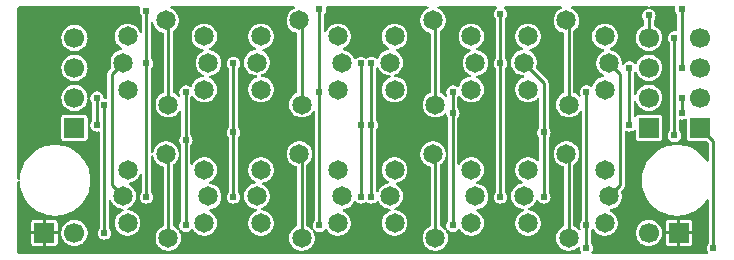
<source format=gtl>
G04 Layer: TopLayer*
G04 EasyEDA v6.5.29, 2023-07-18 10:20:05*
G04 5756727701dd48799c60270c1c1368c4,5a6b42c53f6a479593ecc07194224c93,10*
G04 Gerber Generator version 0.2*
G04 Scale: 100 percent, Rotated: No, Reflected: No *
G04 Dimensions in millimeters *
G04 leading zeros omitted , absolute positions ,4 integer and 5 decimal *
%FSLAX45Y45*%
%MOMM*%

%AMMACRO1*21,1,$1,$2,0,0,$3*%
%ADD10C,0.2540*%
%ADD11MACRO1,1.7X1.7X0.0000*%
%ADD12C,1.7000*%
%ADD13MACRO1,1.7X1.7X90.0000*%
%ADD14C,1.6500*%
%ADD15C,0.6096*%
%ADD16C,0.0121*%

%LPD*%
G36*
X3443732Y-1371092D02*
G01*
X3439414Y-1370126D01*
X3435908Y-1367485D01*
X3433876Y-1363573D01*
X3433775Y-1359154D01*
X3435451Y-1355090D01*
X3439668Y-1348994D01*
X3443833Y-1340053D01*
X3446373Y-1330604D01*
X3447237Y-1320800D01*
X3446373Y-1310995D01*
X3443833Y-1301546D01*
X3439668Y-1292606D01*
X3434079Y-1284579D01*
X3432505Y-1283004D01*
X3430270Y-1279702D01*
X3429457Y-1275791D01*
X3429457Y-1175308D01*
X3430270Y-1171397D01*
X3432505Y-1168095D01*
X3435705Y-1164234D01*
X3438499Y-1161491D01*
X3442157Y-1160068D01*
X3446119Y-1160068D01*
X3449726Y-1161592D01*
X3452469Y-1164386D01*
X3460648Y-1176731D01*
X3470046Y-1187348D01*
X3480714Y-1196695D01*
X3492500Y-1204569D01*
X3505200Y-1210868D01*
X3518662Y-1215440D01*
X3532530Y-1218184D01*
X3546703Y-1219098D01*
X3560775Y-1218184D01*
X3574694Y-1215440D01*
X3588105Y-1210868D01*
X3600907Y-1204569D01*
X3612692Y-1196695D01*
X3623360Y-1187348D01*
X3632657Y-1176731D01*
X3640582Y-1164945D01*
X3646830Y-1152194D01*
X3651351Y-1138783D01*
X3654094Y-1124864D01*
X3655009Y-1110742D01*
X3654094Y-1096568D01*
X3651351Y-1082700D01*
X3646830Y-1069238D01*
X3640582Y-1056538D01*
X3632657Y-1044752D01*
X3623360Y-1034084D01*
X3612692Y-1024737D01*
X3600907Y-1016863D01*
X3591814Y-1012393D01*
X3588410Y-1009650D01*
X3586479Y-1005687D01*
X3586378Y-1001318D01*
X3588105Y-997305D01*
X3591407Y-994410D01*
X3595827Y-993140D01*
X3609746Y-990396D01*
X3623157Y-985824D01*
X3635959Y-979525D01*
X3647744Y-971651D01*
X3658362Y-962304D01*
X3667709Y-951687D01*
X3675634Y-939901D01*
X3681882Y-927150D01*
X3686403Y-913739D01*
X3689146Y-899820D01*
X3690112Y-885698D01*
X3689146Y-871524D01*
X3686403Y-857656D01*
X3682644Y-846480D01*
X3682085Y-842771D01*
X3682898Y-839165D01*
X3685032Y-836066D01*
X3705910Y-814882D01*
X3710889Y-808837D01*
X3714496Y-802132D01*
X3716680Y-794918D01*
X3717493Y-786892D01*
X3717493Y-339750D01*
X3718255Y-335788D01*
X3720541Y-332435D01*
X3723944Y-330301D01*
X3728008Y-329590D01*
X3731971Y-330555D01*
X3735730Y-332333D01*
X3745229Y-334873D01*
X3755085Y-335737D01*
X3764838Y-334873D01*
X3774287Y-332333D01*
X3783228Y-328218D01*
X3795166Y-319735D01*
X3799027Y-318973D01*
X3802989Y-319735D01*
X3806240Y-321970D01*
X3808425Y-325272D01*
X3809187Y-329133D01*
X3809187Y-389229D01*
X3809898Y-395579D01*
X3811828Y-401015D01*
X3814978Y-405942D01*
X3819042Y-410006D01*
X3823970Y-413105D01*
X3829405Y-414985D01*
X3835755Y-415696D01*
X4004564Y-415696D01*
X4010914Y-414985D01*
X4016349Y-413105D01*
X4021226Y-410006D01*
X4025341Y-405942D01*
X4028389Y-401015D01*
X4030319Y-395579D01*
X4031030Y-389229D01*
X4031030Y-220370D01*
X4030319Y-214071D01*
X4028389Y-208584D01*
X4025341Y-203708D01*
X4021226Y-199593D01*
X4016349Y-196545D01*
X4010914Y-194614D01*
X4004564Y-193903D01*
X3835755Y-193903D01*
X3829405Y-194614D01*
X3823970Y-196545D01*
X3819042Y-199593D01*
X3814978Y-203708D01*
X3812387Y-207670D01*
X3809441Y-210769D01*
X3805326Y-212344D01*
X3801059Y-212039D01*
X3797198Y-209956D01*
X3794556Y-206502D01*
X3793693Y-202285D01*
X3793693Y-84175D01*
X3794556Y-80060D01*
X3797046Y-76657D01*
X3800601Y-74523D01*
X3804767Y-74066D01*
X3808780Y-75285D01*
X3811930Y-78079D01*
X3813860Y-82346D01*
X3818737Y-95707D01*
X3825290Y-108305D01*
X3833469Y-119938D01*
X3843020Y-130454D01*
X3853789Y-139649D01*
X3865778Y-147421D01*
X3878579Y-153568D01*
X3891991Y-158089D01*
X3906012Y-160782D01*
X3920185Y-161696D01*
X3934307Y-160782D01*
X3948226Y-158089D01*
X3961739Y-153568D01*
X3974541Y-147421D01*
X3986428Y-139649D01*
X3997299Y-130454D01*
X4006850Y-119938D01*
X4014927Y-108305D01*
X4021582Y-95707D01*
X4026458Y-82346D01*
X4029557Y-68478D01*
X4030979Y-54356D01*
X4030522Y-40182D01*
X4028287Y-26111D01*
X4024172Y-12496D01*
X4018432Y508D01*
X4011066Y12649D01*
X4002227Y23723D01*
X3992016Y33629D01*
X3980637Y42113D01*
X3968292Y49123D01*
X3955034Y54457D01*
X3941318Y58013D01*
X3927246Y59842D01*
X3913073Y59842D01*
X3898900Y58013D01*
X3885184Y54457D01*
X3872026Y49123D01*
X3859682Y42113D01*
X3848303Y33629D01*
X3838092Y23723D01*
X3829151Y12649D01*
X3821785Y508D01*
X3816096Y-12496D01*
X3813606Y-20980D01*
X3811574Y-24587D01*
X3808425Y-27127D01*
X3804462Y-28194D01*
X3800348Y-27635D01*
X3796842Y-25450D01*
X3794455Y-22098D01*
X3793693Y-18084D01*
X3793693Y158191D01*
X3794353Y161848D01*
X3796284Y165049D01*
X3799230Y168249D01*
X3802532Y170738D01*
X3806596Y171602D01*
X3810660Y170840D01*
X3814064Y168503D01*
X3816248Y164947D01*
X3818737Y158292D01*
X3825290Y145694D01*
X3833469Y134061D01*
X3843020Y123545D01*
X3853789Y114350D01*
X3865778Y106578D01*
X3878579Y100431D01*
X3891991Y95910D01*
X3906012Y93218D01*
X3920185Y92303D01*
X3934307Y93218D01*
X3948226Y95910D01*
X3961739Y100431D01*
X3974541Y106578D01*
X3986428Y114350D01*
X3997299Y123545D01*
X4006850Y134061D01*
X4014927Y145694D01*
X4021582Y158292D01*
X4026458Y171653D01*
X4029557Y185521D01*
X4030979Y199644D01*
X4030522Y213817D01*
X4028287Y227888D01*
X4024172Y241503D01*
X4018432Y254508D01*
X4011066Y266649D01*
X4002227Y277723D01*
X3992016Y287629D01*
X3980637Y296113D01*
X3968292Y303123D01*
X3955034Y308457D01*
X3941318Y312013D01*
X3927246Y313842D01*
X3913073Y313842D01*
X3898900Y312013D01*
X3885184Y308457D01*
X3872026Y303123D01*
X3859682Y296113D01*
X3848303Y287629D01*
X3838092Y277723D01*
X3829151Y266649D01*
X3821785Y254508D01*
X3815892Y241046D01*
X3813403Y237591D01*
X3809644Y235508D01*
X3805478Y235102D01*
X3801364Y236423D01*
X3791305Y246379D01*
X3783228Y252018D01*
X3774287Y256133D01*
X3764889Y258673D01*
X3755085Y259537D01*
X3745229Y258673D01*
X3735832Y256133D01*
X3726891Y252018D01*
X3718814Y246379D01*
X3711905Y239420D01*
X3708298Y234289D01*
X3705098Y231343D01*
X3700932Y230022D01*
X3696614Y230581D01*
X3692956Y232867D01*
X3690467Y236474D01*
X3689807Y240792D01*
X3690112Y244602D01*
X3689146Y258775D01*
X3686403Y272643D01*
X3681882Y286105D01*
X3675634Y298805D01*
X3667709Y310591D01*
X3658362Y321259D01*
X3647744Y330606D01*
X3635959Y338480D01*
X3623157Y344728D01*
X3609746Y349300D01*
X3595674Y352094D01*
X3591407Y353314D01*
X3588105Y356209D01*
X3586378Y360222D01*
X3586479Y364642D01*
X3588410Y368604D01*
X3591814Y371348D01*
X3600907Y375767D01*
X3612692Y383692D01*
X3623259Y393039D01*
X3632657Y403656D01*
X3640582Y415442D01*
X3646830Y428193D01*
X3651351Y441604D01*
X3654094Y455523D01*
X3655009Y469646D01*
X3654094Y483819D01*
X3651351Y497687D01*
X3646830Y511149D01*
X3640582Y523849D01*
X3632657Y535635D01*
X3623259Y546303D01*
X3612692Y555650D01*
X3600907Y563524D01*
X3588105Y569772D01*
X3574694Y574344D01*
X3560775Y577138D01*
X3546703Y578053D01*
X3532530Y577138D01*
X3518662Y574344D01*
X3505200Y569772D01*
X3492500Y563524D01*
X3480714Y555650D01*
X3470046Y546303D01*
X3460648Y535635D01*
X3452825Y523849D01*
X3446576Y511149D01*
X3441954Y497687D01*
X3439210Y483819D01*
X3438296Y469646D01*
X3439210Y455523D01*
X3441954Y441604D01*
X3446576Y428193D01*
X3452825Y415442D01*
X3460648Y403656D01*
X3470046Y393039D01*
X3480714Y383692D01*
X3492500Y375767D01*
X3505200Y369519D01*
X3518662Y364947D01*
X3532733Y362204D01*
X3536950Y360934D01*
X3540251Y358038D01*
X3542029Y354025D01*
X3541928Y349605D01*
X3539998Y345694D01*
X3536594Y342950D01*
X3527551Y338480D01*
X3515766Y330606D01*
X3505098Y321259D01*
X3495700Y310591D01*
X3487826Y298805D01*
X3481628Y286105D01*
X3477056Y272643D01*
X3474262Y258775D01*
X3473348Y244602D01*
X3474262Y230479D01*
X3477056Y216560D01*
X3481628Y203149D01*
X3487826Y190398D01*
X3495700Y178612D01*
X3505098Y167995D01*
X3515766Y158648D01*
X3527551Y150723D01*
X3536594Y146304D01*
X3539998Y143560D01*
X3541928Y139598D01*
X3542029Y135178D01*
X3540251Y131165D01*
X3536950Y128270D01*
X3532530Y127050D01*
X3518662Y124256D01*
X3505200Y119684D01*
X3492500Y113436D01*
X3480714Y105562D01*
X3470046Y96215D01*
X3460648Y85547D01*
X3452825Y73761D01*
X3446576Y61061D01*
X3442258Y48412D01*
X3440429Y45161D01*
X3437483Y42773D01*
X3433978Y41605D01*
X3430219Y41808D01*
X3426815Y43383D01*
X3419043Y48818D01*
X3410153Y52933D01*
X3400653Y55473D01*
X3390900Y56337D01*
X3381146Y55473D01*
X3371646Y52933D01*
X3362756Y48818D01*
X3354628Y43180D01*
X3347720Y36220D01*
X3342132Y28194D01*
X3337966Y19253D01*
X3335426Y9804D01*
X3334562Y0D01*
X3335426Y-9804D01*
X3337966Y-19253D01*
X3341370Y-26720D01*
X3342386Y-30683D01*
X3341674Y-34747D01*
X3339388Y-38201D01*
X3335883Y-40436D01*
X3331819Y-41148D01*
X3327857Y-40182D01*
X3324555Y-37693D01*
X3318459Y-30784D01*
X3307892Y-21437D01*
X3296107Y-13563D01*
X3286099Y-8686D01*
X3283153Y-6451D01*
X3281121Y-3251D01*
X3280460Y457D01*
X3280460Y508304D01*
X3281019Y511556D01*
X3282594Y514502D01*
X3284982Y516737D01*
X3287623Y518566D01*
X3298342Y527913D01*
X3307689Y538530D01*
X3315512Y550316D01*
X3321812Y563067D01*
X3326384Y576478D01*
X3329127Y590397D01*
X3330092Y604520D01*
X3329127Y618693D01*
X3326384Y632561D01*
X3321812Y646023D01*
X3315512Y658723D01*
X3307689Y670509D01*
X3298342Y681177D01*
X3287623Y690524D01*
X3275888Y698398D01*
X3264255Y704138D01*
X3260750Y706932D01*
X3258820Y711047D01*
X3258820Y715518D01*
X3260852Y719582D01*
X3264357Y722376D01*
X3268776Y723392D01*
X3908551Y723392D01*
X3912615Y722528D01*
X3916019Y720140D01*
X3918153Y716584D01*
X3918712Y712470D01*
X3917594Y708456D01*
X3914901Y705307D01*
X3911244Y703427D01*
X3900830Y700633D01*
X3891991Y696518D01*
X3883914Y690880D01*
X3877005Y683920D01*
X3871366Y675894D01*
X3867150Y666953D01*
X3864660Y657504D01*
X3863848Y647700D01*
X3864660Y637895D01*
X3867150Y628446D01*
X3871366Y619506D01*
X3877005Y611479D01*
X3878579Y609904D01*
X3880764Y606602D01*
X3881526Y602691D01*
X3881526Y567791D01*
X3880764Y563880D01*
X3878579Y560578D01*
X3875176Y558393D01*
X3872026Y557123D01*
X3859682Y550113D01*
X3848303Y541629D01*
X3838092Y531723D01*
X3829151Y520649D01*
X3821785Y508508D01*
X3816096Y495503D01*
X3812032Y481888D01*
X3809796Y467817D01*
X3809339Y453643D01*
X3810660Y439521D01*
X3813860Y425653D01*
X3818737Y412292D01*
X3825290Y399694D01*
X3833469Y388061D01*
X3843020Y377545D01*
X3853789Y368350D01*
X3865778Y360578D01*
X3878579Y354431D01*
X3891991Y349910D01*
X3906012Y347218D01*
X3920185Y346303D01*
X3934307Y347218D01*
X3948226Y349910D01*
X3961739Y354431D01*
X3974541Y360578D01*
X3986428Y368350D01*
X3997299Y377545D01*
X4006850Y388061D01*
X4014927Y399694D01*
X4021582Y412292D01*
X4026458Y425653D01*
X4029557Y439521D01*
X4030979Y453643D01*
X4030522Y467817D01*
X4028287Y481888D01*
X4024172Y495503D01*
X4018432Y508508D01*
X4011066Y520649D01*
X4002227Y531723D01*
X3992016Y541629D01*
X3980637Y550113D01*
X3968292Y557123D01*
X3965143Y558393D01*
X3961739Y560578D01*
X3959555Y563880D01*
X3958793Y567791D01*
X3958793Y602742D01*
X3959555Y606602D01*
X3961739Y609904D01*
X3963314Y611479D01*
X3968953Y619506D01*
X3973068Y628446D01*
X3975658Y637895D01*
X3976471Y647700D01*
X3975658Y657504D01*
X3973068Y666953D01*
X3968953Y675894D01*
X3963314Y683920D01*
X3956405Y690880D01*
X3948328Y696518D01*
X3939387Y700633D01*
X3929075Y703427D01*
X3925417Y705307D01*
X3922725Y708456D01*
X3921556Y712470D01*
X3922166Y716584D01*
X3924300Y720140D01*
X3927703Y722528D01*
X3931767Y723392D01*
X4134865Y723392D01*
X4138472Y722731D01*
X4141673Y720801D01*
X4143959Y717854D01*
X4144975Y714298D01*
X4144721Y710590D01*
X4144060Y708304D01*
X4143248Y698500D01*
X4144060Y688695D01*
X4146550Y679246D01*
X4150766Y670306D01*
X4156405Y662279D01*
X4157979Y660654D01*
X4160164Y657402D01*
X4160926Y653491D01*
X4160926Y521868D01*
X4160265Y518261D01*
X4158335Y515061D01*
X4155389Y512826D01*
X4151884Y511759D01*
X4148124Y512064D01*
X4145838Y512673D01*
X4136085Y513537D01*
X4126229Y512673D01*
X4116730Y510133D01*
X4107891Y506018D01*
X4099814Y500380D01*
X4092905Y493420D01*
X4087266Y485393D01*
X4083050Y476453D01*
X4080560Y467004D01*
X4079748Y457200D01*
X4080560Y447395D01*
X4083050Y437946D01*
X4087266Y429006D01*
X4092905Y420979D01*
X4094479Y419404D01*
X4096664Y416102D01*
X4097426Y412191D01*
X4097426Y-323291D01*
X4096664Y-327202D01*
X4094479Y-330504D01*
X4092905Y-332079D01*
X4087266Y-340106D01*
X4083050Y-349046D01*
X4080560Y-358495D01*
X4079748Y-368300D01*
X4080560Y-378104D01*
X4083050Y-387553D01*
X4087266Y-396494D01*
X4092905Y-404520D01*
X4099814Y-411480D01*
X4107891Y-417118D01*
X4116730Y-421233D01*
X4126229Y-423773D01*
X4136085Y-424637D01*
X4145838Y-423773D01*
X4155287Y-421233D01*
X4164228Y-417118D01*
X4172305Y-411480D01*
X4179214Y-404520D01*
X4184853Y-396494D01*
X4188968Y-387553D01*
X4191558Y-378104D01*
X4192371Y-368300D01*
X4191558Y-358495D01*
X4188968Y-349046D01*
X4184853Y-340106D01*
X4179214Y-332079D01*
X4177639Y-330504D01*
X4175455Y-327202D01*
X4174693Y-323342D01*
X4174693Y-242519D01*
X4175353Y-238861D01*
X4177284Y-235712D01*
X4180230Y-233425D01*
X4183735Y-232410D01*
X4187494Y-232664D01*
X4189729Y-233273D01*
X4199585Y-234137D01*
X4209338Y-233273D01*
X4218787Y-230733D01*
X4226610Y-227126D01*
X4230471Y-226212D01*
X4234535Y-226872D01*
X4237939Y-229057D01*
X4240225Y-232359D01*
X4240987Y-236321D01*
X4240987Y-389229D01*
X4241698Y-395579D01*
X4243628Y-401015D01*
X4246778Y-405942D01*
X4250842Y-410006D01*
X4255770Y-413105D01*
X4261205Y-414985D01*
X4267555Y-415696D01*
X4404055Y-415696D01*
X4407916Y-416509D01*
X4411218Y-418693D01*
X4424680Y-432104D01*
X4426864Y-435406D01*
X4427626Y-439318D01*
X4427626Y-581761D01*
X4426762Y-585927D01*
X4424222Y-589330D01*
X4420514Y-591464D01*
X4416298Y-591820D01*
X4412234Y-590448D01*
X4409135Y-587502D01*
X4396943Y-569925D01*
X4381754Y-551281D01*
X4365142Y-533958D01*
X4347057Y-518007D01*
X4327855Y-503580D01*
X4307586Y-490728D01*
X4286250Y-479551D01*
X4264152Y-470103D01*
X4241342Y-462483D01*
X4217974Y-456742D01*
X4194301Y-452882D01*
X4170273Y-450951D01*
X4146194Y-450951D01*
X4122267Y-452882D01*
X4098493Y-456742D01*
X4075226Y-462483D01*
X4052417Y-470103D01*
X4030218Y-479551D01*
X4008983Y-490728D01*
X3988612Y-503580D01*
X3969410Y-518007D01*
X3951376Y-533958D01*
X3934714Y-551281D01*
X3919524Y-569925D01*
X3905910Y-589686D01*
X3893820Y-610514D01*
X3883507Y-632256D01*
X3875074Y-654761D01*
X3868369Y-677824D01*
X3863543Y-701395D01*
X3860596Y-725271D01*
X3859682Y-749300D01*
X3860596Y-773328D01*
X3863543Y-797204D01*
X3868369Y-820775D01*
X3875074Y-843838D01*
X3883507Y-866343D01*
X3893820Y-888085D01*
X3905910Y-908913D01*
X3919524Y-928674D01*
X3934714Y-947318D01*
X3951376Y-964641D01*
X3969410Y-980592D01*
X3988612Y-995019D01*
X4008983Y-1007871D01*
X4030218Y-1019048D01*
X4052417Y-1028496D01*
X4075226Y-1036116D01*
X4098493Y-1041857D01*
X4122267Y-1045718D01*
X4146194Y-1047648D01*
X4170273Y-1047648D01*
X4194301Y-1045718D01*
X4217974Y-1041857D01*
X4241342Y-1036116D01*
X4264152Y-1028496D01*
X4286250Y-1019048D01*
X4307586Y-1007871D01*
X4327855Y-995019D01*
X4347057Y-980592D01*
X4365142Y-964641D01*
X4381754Y-947318D01*
X4396943Y-928674D01*
X4409135Y-911098D01*
X4412234Y-908151D01*
X4416298Y-906780D01*
X4420514Y-907135D01*
X4424222Y-909269D01*
X4426762Y-912672D01*
X4427626Y-916838D01*
X4427626Y-1275791D01*
X4426864Y-1279702D01*
X4424680Y-1283004D01*
X4423105Y-1284579D01*
X4417466Y-1292606D01*
X4413250Y-1301546D01*
X4410760Y-1310995D01*
X4409948Y-1320800D01*
X4410760Y-1330604D01*
X4413250Y-1340053D01*
X4417466Y-1348994D01*
X4421733Y-1355090D01*
X4423460Y-1359154D01*
X4423206Y-1363573D01*
X4421174Y-1367485D01*
X4417669Y-1370126D01*
X4413453Y-1371092D01*
G37*

%LPC*%
G36*
X4063288Y-1181100D02*
G01*
X4161485Y-1181100D01*
X4161485Y-1082903D01*
X4089755Y-1082903D01*
X4083405Y-1083614D01*
X4077970Y-1085494D01*
X4073042Y-1088593D01*
X4068978Y-1092708D01*
X4065828Y-1097584D01*
X4064000Y-1103071D01*
X4063288Y-1109370D01*
G37*
G36*
X4186885Y-1181100D02*
G01*
X4285030Y-1181100D01*
X4285030Y-1109370D01*
X4284319Y-1103071D01*
X4282389Y-1097584D01*
X4279341Y-1092708D01*
X4275226Y-1088593D01*
X4270349Y-1085494D01*
X4264914Y-1083614D01*
X4258564Y-1082903D01*
X4186885Y-1082903D01*
G37*
G36*
X3923741Y-1304645D02*
G01*
X3937812Y-1303274D01*
X3951732Y-1300124D01*
X3964990Y-1295196D01*
X3977589Y-1288643D01*
X3989273Y-1280515D01*
X3999839Y-1270965D01*
X4008983Y-1260144D01*
X4016806Y-1248206D01*
X4022953Y-1235405D01*
X4027373Y-1221943D01*
X4030116Y-1207973D01*
X4031030Y-1193800D01*
X4030116Y-1179626D01*
X4027373Y-1165656D01*
X4022953Y-1152194D01*
X4016806Y-1139393D01*
X4008983Y-1127455D01*
X3999839Y-1116685D01*
X3989273Y-1107084D01*
X3977589Y-1098956D01*
X3964990Y-1092403D01*
X3951732Y-1087475D01*
X3937812Y-1084326D01*
X3923741Y-1082954D01*
X3909466Y-1083411D01*
X3895496Y-1085697D01*
X3881882Y-1089761D01*
X3868826Y-1095502D01*
X3856736Y-1102868D01*
X3845610Y-1111707D01*
X3835755Y-1121918D01*
X3827221Y-1133297D01*
X3820210Y-1145692D01*
X3814876Y-1158849D01*
X3811270Y-1172616D01*
X3809441Y-1186688D01*
X3809441Y-1200912D01*
X3811270Y-1214983D01*
X3814876Y-1228750D01*
X3820210Y-1241907D01*
X3827221Y-1254302D01*
X3835755Y-1265682D01*
X3845610Y-1275892D01*
X3856736Y-1284732D01*
X3868826Y-1292098D01*
X3881882Y-1297889D01*
X3895496Y-1301902D01*
X3909466Y-1304188D01*
G37*
G36*
X4186885Y-1304696D02*
G01*
X4258564Y-1304696D01*
X4264914Y-1303985D01*
X4270349Y-1302105D01*
X4275226Y-1299006D01*
X4279341Y-1294892D01*
X4282389Y-1290015D01*
X4284319Y-1284528D01*
X4285030Y-1278229D01*
X4285030Y-1206500D01*
X4186885Y-1206500D01*
G37*
G36*
X4089755Y-1304696D02*
G01*
X4161485Y-1304696D01*
X4161485Y-1206500D01*
X4063288Y-1206500D01*
X4063288Y-1278229D01*
X4064000Y-1284528D01*
X4065828Y-1290015D01*
X4068978Y-1294892D01*
X4073042Y-1299006D01*
X4077970Y-1302105D01*
X4083405Y-1303985D01*
G37*

%LPD*%
G36*
X-1415846Y-1371092D02*
G01*
X-1419758Y-1370330D01*
X-1423060Y-1368094D01*
X-1425244Y-1364843D01*
X-1426057Y-1360932D01*
X-1426057Y-763270D01*
X-1425092Y-758952D01*
X-1422247Y-755446D01*
X-1418285Y-753414D01*
X-1413865Y-753313D01*
X-1409801Y-755192D01*
X-1406906Y-758596D01*
X-1405686Y-762863D01*
X-1405331Y-773328D01*
X-1402435Y-797204D01*
X-1397609Y-820775D01*
X-1390904Y-843838D01*
X-1382420Y-866343D01*
X-1372108Y-888085D01*
X-1360068Y-908913D01*
X-1346403Y-928674D01*
X-1331214Y-947318D01*
X-1314551Y-964641D01*
X-1296517Y-980592D01*
X-1277264Y-995019D01*
X-1256995Y-1007871D01*
X-1235659Y-1019048D01*
X-1213561Y-1028496D01*
X-1190701Y-1036116D01*
X-1167384Y-1041857D01*
X-1143711Y-1045718D01*
X-1119733Y-1047648D01*
X-1095654Y-1047648D01*
X-1071626Y-1045718D01*
X-1047953Y-1041857D01*
X-1024585Y-1036116D01*
X-1001776Y-1028496D01*
X-979627Y-1019048D01*
X-958392Y-1007871D01*
X-938072Y-995019D01*
X-918870Y-980592D01*
X-900836Y-964641D01*
X-884174Y-947318D01*
X-868934Y-928674D01*
X-855319Y-908913D01*
X-843280Y-888085D01*
X-832967Y-866343D01*
X-824433Y-843838D01*
X-817778Y-820775D01*
X-812952Y-797204D01*
X-810056Y-773328D01*
X-809091Y-749300D01*
X-810056Y-725271D01*
X-812952Y-701395D01*
X-817778Y-677824D01*
X-824433Y-654761D01*
X-832967Y-632256D01*
X-843280Y-610514D01*
X-855319Y-589686D01*
X-868934Y-569925D01*
X-884174Y-551281D01*
X-900836Y-533958D01*
X-918870Y-518007D01*
X-938072Y-503580D01*
X-958392Y-490728D01*
X-979627Y-479551D01*
X-1001776Y-470103D01*
X-1024585Y-462483D01*
X-1047953Y-456742D01*
X-1071626Y-452882D01*
X-1095654Y-450951D01*
X-1119733Y-450951D01*
X-1143711Y-452882D01*
X-1167384Y-456742D01*
X-1190701Y-462483D01*
X-1213561Y-470103D01*
X-1235659Y-479551D01*
X-1256995Y-490728D01*
X-1277264Y-503580D01*
X-1296517Y-518007D01*
X-1314551Y-533958D01*
X-1331214Y-551281D01*
X-1346403Y-569925D01*
X-1360068Y-589686D01*
X-1372108Y-610514D01*
X-1382420Y-632256D01*
X-1390904Y-654761D01*
X-1397609Y-677824D01*
X-1402435Y-701395D01*
X-1405331Y-725271D01*
X-1405686Y-735736D01*
X-1406906Y-740054D01*
X-1409801Y-743407D01*
X-1413865Y-745286D01*
X-1418285Y-745185D01*
X-1422247Y-743153D01*
X-1425092Y-739648D01*
X-1426057Y-735330D01*
X-1426057Y713232D01*
X-1425244Y717092D01*
X-1423060Y720394D01*
X-1419758Y722630D01*
X-1415846Y723392D01*
X-394716Y723392D01*
X-390702Y722579D01*
X-387400Y720293D01*
X-385165Y716889D01*
X-384556Y712876D01*
X-385521Y708914D01*
X-387248Y705053D01*
X-389839Y695604D01*
X-390652Y685800D01*
X-389839Y675995D01*
X-387248Y666546D01*
X-383184Y657606D01*
X-377494Y649579D01*
X-375920Y648004D01*
X-373735Y644702D01*
X-372922Y640791D01*
X-372922Y510438D01*
X-373786Y506425D01*
X-376021Y503123D01*
X-379476Y500938D01*
X-383489Y500278D01*
X-387451Y501243D01*
X-390652Y503631D01*
X-392684Y507136D01*
X-394055Y511149D01*
X-400304Y523849D01*
X-408178Y535635D01*
X-417525Y546303D01*
X-428193Y555650D01*
X-439978Y563524D01*
X-452729Y569772D01*
X-466191Y574344D01*
X-480059Y577138D01*
X-494182Y578053D01*
X-508355Y577138D01*
X-522274Y574344D01*
X-535686Y569772D01*
X-548386Y563524D01*
X-560171Y555650D01*
X-570839Y546303D01*
X-580186Y535635D01*
X-588060Y523849D01*
X-594309Y511149D01*
X-598932Y497687D01*
X-601624Y483819D01*
X-602589Y469646D01*
X-601624Y455523D01*
X-598932Y441604D01*
X-594309Y428193D01*
X-588060Y415442D01*
X-580186Y403656D01*
X-570839Y393039D01*
X-560171Y383692D01*
X-548386Y375767D01*
X-544880Y374040D01*
X-541578Y371500D01*
X-539597Y367792D01*
X-539343Y363626D01*
X-540664Y359664D01*
X-543560Y356616D01*
X-547370Y354990D01*
X-558088Y352856D01*
X-571550Y348284D01*
X-584250Y342036D01*
X-596036Y334162D01*
X-606704Y324815D01*
X-616051Y314147D01*
X-623925Y302361D01*
X-630174Y289661D01*
X-634746Y276199D01*
X-637489Y262331D01*
X-638454Y248158D01*
X-637489Y234035D01*
X-634746Y220116D01*
X-631291Y210007D01*
X-630783Y206298D01*
X-631647Y202641D01*
X-633780Y199542D01*
X-653288Y180136D01*
X-658368Y173939D01*
X-662025Y167284D01*
X-664210Y160070D01*
X-665022Y151892D01*
X-665022Y-49631D01*
X-665683Y-53238D01*
X-667613Y-56438D01*
X-670560Y-58674D01*
X-674166Y-59740D01*
X-677824Y-59436D01*
X-680161Y-58826D01*
X-687984Y-58115D01*
X-691438Y-57200D01*
X-694334Y-55168D01*
X-696315Y-52273D01*
X-697280Y-48869D01*
X-697941Y-40995D01*
X-700532Y-31546D01*
X-704596Y-22606D01*
X-710285Y-14579D01*
X-717245Y-7620D01*
X-725220Y-1981D01*
X-734212Y2133D01*
X-743661Y4673D01*
X-753465Y5537D01*
X-763219Y4673D01*
X-772668Y2133D01*
X-781659Y-1981D01*
X-789635Y-7620D01*
X-796594Y-14579D01*
X-802284Y-22606D01*
X-806348Y-31546D01*
X-808939Y-40995D01*
X-809752Y-50800D01*
X-808939Y-60604D01*
X-806348Y-70053D01*
X-802284Y-78994D01*
X-796594Y-87020D01*
X-795020Y-88595D01*
X-792835Y-91897D01*
X-792022Y-95808D01*
X-792022Y-234391D01*
X-792835Y-238302D01*
X-795020Y-241604D01*
X-796594Y-243179D01*
X-802284Y-251206D01*
X-806348Y-260146D01*
X-808939Y-269595D01*
X-809752Y-279400D01*
X-808939Y-289204D01*
X-806348Y-298653D01*
X-802284Y-307594D01*
X-796594Y-315620D01*
X-789635Y-322580D01*
X-781659Y-328218D01*
X-772668Y-332333D01*
X-763219Y-334873D01*
X-753465Y-335737D01*
X-743661Y-334873D01*
X-741324Y-334264D01*
X-737666Y-334010D01*
X-734060Y-335026D01*
X-731113Y-337312D01*
X-729183Y-340461D01*
X-728522Y-344068D01*
X-728522Y-1148791D01*
X-729335Y-1152702D01*
X-731520Y-1156004D01*
X-733094Y-1157579D01*
X-738784Y-1165606D01*
X-742848Y-1174546D01*
X-745439Y-1183995D01*
X-746252Y-1193800D01*
X-745439Y-1203604D01*
X-742848Y-1213053D01*
X-738784Y-1221994D01*
X-733094Y-1230020D01*
X-726135Y-1236980D01*
X-718159Y-1242618D01*
X-709168Y-1246733D01*
X-699719Y-1249273D01*
X-689965Y-1250137D01*
X-680161Y-1249273D01*
X-670712Y-1246733D01*
X-661720Y-1242618D01*
X-653745Y-1236980D01*
X-646785Y-1230020D01*
X-641096Y-1221994D01*
X-637032Y-1213053D01*
X-634441Y-1203604D01*
X-633628Y-1193800D01*
X-634441Y-1183995D01*
X-637032Y-1174546D01*
X-641096Y-1165606D01*
X-646785Y-1157579D01*
X-648360Y-1156004D01*
X-650544Y-1152702D01*
X-651357Y-1148791D01*
X-651357Y-922782D01*
X-650494Y-918819D01*
X-648258Y-915466D01*
X-644804Y-913282D01*
X-640791Y-912621D01*
X-636828Y-913587D01*
X-633628Y-916025D01*
X-631596Y-919530D01*
X-630174Y-923594D01*
X-623925Y-936345D01*
X-616051Y-948131D01*
X-606704Y-958748D01*
X-596036Y-968095D01*
X-584250Y-975969D01*
X-571550Y-982268D01*
X-558088Y-986840D01*
X-544220Y-989584D01*
X-536143Y-990092D01*
X-532333Y-991158D01*
X-529234Y-993546D01*
X-527253Y-997000D01*
X-526694Y-1000912D01*
X-527761Y-1004722D01*
X-530148Y-1007871D01*
X-533603Y-1009853D01*
X-535686Y-1010615D01*
X-548386Y-1016863D01*
X-560171Y-1024737D01*
X-570839Y-1034084D01*
X-580186Y-1044752D01*
X-588060Y-1056538D01*
X-594309Y-1069238D01*
X-598932Y-1082700D01*
X-601624Y-1096568D01*
X-602589Y-1110742D01*
X-601624Y-1124864D01*
X-598932Y-1138783D01*
X-594309Y-1152194D01*
X-588060Y-1164945D01*
X-580186Y-1176731D01*
X-570839Y-1187348D01*
X-560171Y-1196695D01*
X-548386Y-1204569D01*
X-535686Y-1210868D01*
X-522274Y-1215440D01*
X-508355Y-1218184D01*
X-494182Y-1219098D01*
X-480059Y-1218184D01*
X-466191Y-1215440D01*
X-452729Y-1210868D01*
X-439978Y-1204569D01*
X-428193Y-1196695D01*
X-417525Y-1187348D01*
X-408178Y-1176731D01*
X-400304Y-1164945D01*
X-394055Y-1152194D01*
X-389534Y-1138783D01*
X-386740Y-1124864D01*
X-385826Y-1110742D01*
X-386740Y-1096568D01*
X-389534Y-1082700D01*
X-394055Y-1069238D01*
X-400304Y-1056538D01*
X-408178Y-1044752D01*
X-417525Y-1034084D01*
X-428193Y-1024737D01*
X-439978Y-1016863D01*
X-452729Y-1010615D01*
X-466191Y-1006043D01*
X-480059Y-1003249D01*
X-488086Y-1002741D01*
X-491947Y-1001725D01*
X-495046Y-999286D01*
X-497027Y-995883D01*
X-497535Y-991920D01*
X-496519Y-988110D01*
X-494080Y-984961D01*
X-490677Y-982980D01*
X-488594Y-982268D01*
X-475843Y-975969D01*
X-464058Y-968095D01*
X-453390Y-958748D01*
X-444042Y-948131D01*
X-436118Y-936345D01*
X-429920Y-923594D01*
X-425297Y-910183D01*
X-422605Y-896264D01*
X-421690Y-882142D01*
X-422605Y-867968D01*
X-425297Y-854100D01*
X-429920Y-840638D01*
X-436118Y-827938D01*
X-444042Y-816152D01*
X-453390Y-805484D01*
X-464058Y-796137D01*
X-475843Y-788263D01*
X-479348Y-786536D01*
X-482650Y-783945D01*
X-484632Y-780288D01*
X-484885Y-776071D01*
X-483514Y-772160D01*
X-480720Y-769112D01*
X-476859Y-767435D01*
X-466191Y-765352D01*
X-452729Y-760780D01*
X-439978Y-754481D01*
X-428193Y-746607D01*
X-417525Y-737260D01*
X-408178Y-726643D01*
X-400304Y-714857D01*
X-394055Y-702106D01*
X-392684Y-698144D01*
X-390652Y-694639D01*
X-387451Y-692200D01*
X-383489Y-691235D01*
X-379476Y-691896D01*
X-376021Y-694080D01*
X-373786Y-697433D01*
X-372922Y-701395D01*
X-372922Y-843991D01*
X-373735Y-847902D01*
X-375920Y-851204D01*
X-377494Y-852779D01*
X-383184Y-860806D01*
X-387248Y-869746D01*
X-389839Y-879195D01*
X-390652Y-889000D01*
X-389839Y-898804D01*
X-387248Y-908253D01*
X-383184Y-917194D01*
X-377494Y-925220D01*
X-370535Y-932180D01*
X-362559Y-937818D01*
X-353568Y-941933D01*
X-344119Y-944473D01*
X-334365Y-945337D01*
X-324561Y-944473D01*
X-315112Y-941933D01*
X-306120Y-937818D01*
X-298145Y-932180D01*
X-291185Y-925220D01*
X-285496Y-917194D01*
X-281432Y-908253D01*
X-278841Y-898804D01*
X-278028Y-889000D01*
X-278841Y-879195D01*
X-281432Y-869746D01*
X-285496Y-860806D01*
X-291185Y-852779D01*
X-292760Y-851204D01*
X-294944Y-847902D01*
X-295757Y-843991D01*
X-295757Y-547268D01*
X-294843Y-543153D01*
X-292354Y-539699D01*
X-288696Y-537616D01*
X-284480Y-537159D01*
X-280416Y-538530D01*
X-277266Y-541375D01*
X-275640Y-545287D01*
X-273862Y-553821D01*
X-269392Y-567232D01*
X-263042Y-579983D01*
X-255219Y-591769D01*
X-245871Y-602386D01*
X-235204Y-611733D01*
X-223418Y-619607D01*
X-210718Y-625906D01*
X-192582Y-632002D01*
X-189890Y-634288D01*
X-188264Y-637286D01*
X-187655Y-640689D01*
X-187655Y-1129842D01*
X-188315Y-1133551D01*
X-190296Y-1136700D01*
X-193294Y-1138986D01*
X-203250Y-1143863D01*
X-215036Y-1151737D01*
X-225704Y-1161084D01*
X-235051Y-1171752D01*
X-242925Y-1183538D01*
X-249174Y-1196238D01*
X-253746Y-1209700D01*
X-256489Y-1223568D01*
X-257454Y-1237742D01*
X-256489Y-1251864D01*
X-253746Y-1265783D01*
X-249174Y-1279194D01*
X-242925Y-1291945D01*
X-235051Y-1303731D01*
X-225704Y-1314348D01*
X-215036Y-1323695D01*
X-203250Y-1331569D01*
X-190550Y-1337868D01*
X-177088Y-1342440D01*
X-163220Y-1345184D01*
X-149047Y-1346098D01*
X-134924Y-1345184D01*
X-120954Y-1342440D01*
X-107594Y-1337868D01*
X-94843Y-1331569D01*
X-83058Y-1323695D01*
X-72390Y-1314348D01*
X-63042Y-1303731D01*
X-55117Y-1291945D01*
X-48920Y-1279194D01*
X-44297Y-1265783D01*
X-41605Y-1251864D01*
X-40690Y-1237742D01*
X-41605Y-1223568D01*
X-44297Y-1209700D01*
X-48920Y-1196238D01*
X-55117Y-1183538D01*
X-56286Y-1181912D01*
X-57861Y-1177950D01*
X-57658Y-1173683D01*
X-56286Y-1170940D01*
X-59029Y-1171448D01*
X-63093Y-1170482D01*
X-66294Y-1167993D01*
X-72390Y-1161084D01*
X-83058Y-1151737D01*
X-94843Y-1143863D01*
X-104749Y-1138986D01*
X-107746Y-1136700D01*
X-109677Y-1133551D01*
X-110439Y-1129842D01*
X-110439Y-621995D01*
X-109829Y-618693D01*
X-108305Y-615797D01*
X-105867Y-613511D01*
X-103276Y-611733D01*
X-92557Y-602386D01*
X-83261Y-591769D01*
X-75387Y-579983D01*
X-69088Y-567232D01*
X-64566Y-553821D01*
X-61772Y-539902D01*
X-60807Y-525780D01*
X-61772Y-511606D01*
X-64566Y-497738D01*
X-69088Y-484276D01*
X-75387Y-471576D01*
X-83261Y-459790D01*
X-92557Y-449122D01*
X-103276Y-439775D01*
X-115011Y-431901D01*
X-127711Y-425653D01*
X-141122Y-421081D01*
X-155092Y-418287D01*
X-169265Y-417372D01*
X-183388Y-418287D01*
X-197256Y-421081D01*
X-210718Y-425653D01*
X-223418Y-431901D01*
X-235204Y-439775D01*
X-245871Y-449122D01*
X-255219Y-459790D01*
X-263042Y-471576D01*
X-269392Y-484276D01*
X-273862Y-497738D01*
X-275640Y-506222D01*
X-277266Y-510133D01*
X-280416Y-513029D01*
X-284480Y-514350D01*
X-288696Y-513943D01*
X-292354Y-511809D01*
X-294843Y-508406D01*
X-295757Y-504240D01*
X-295757Y196291D01*
X-294944Y200202D01*
X-292760Y203504D01*
X-291185Y205079D01*
X-285496Y213106D01*
X-281432Y222046D01*
X-278841Y231495D01*
X-278028Y241300D01*
X-278841Y251104D01*
X-281432Y260553D01*
X-285496Y269494D01*
X-291185Y277520D01*
X-292760Y279095D01*
X-294944Y282397D01*
X-295757Y286258D01*
X-295757Y583031D01*
X-294843Y587146D01*
X-292354Y590600D01*
X-288696Y592683D01*
X-284480Y593090D01*
X-280416Y591769D01*
X-277266Y588873D01*
X-275640Y585012D01*
X-273862Y576478D01*
X-269392Y563067D01*
X-263042Y550316D01*
X-255219Y538530D01*
X-245871Y527913D01*
X-235204Y518566D01*
X-223418Y510641D01*
X-210718Y504393D01*
X-192582Y498297D01*
X-189890Y496011D01*
X-188264Y493014D01*
X-187655Y489559D01*
X-187655Y457D01*
X-188315Y-3251D01*
X-190296Y-6451D01*
X-193294Y-8686D01*
X-203250Y-13563D01*
X-215036Y-21437D01*
X-225704Y-30784D01*
X-235051Y-41452D01*
X-242925Y-53238D01*
X-249174Y-65938D01*
X-253746Y-79400D01*
X-256489Y-93268D01*
X-257454Y-107442D01*
X-256489Y-121564D01*
X-253746Y-135483D01*
X-249174Y-148894D01*
X-242925Y-161645D01*
X-235051Y-173431D01*
X-225704Y-184048D01*
X-215036Y-193395D01*
X-203250Y-201320D01*
X-190550Y-207568D01*
X-177088Y-212140D01*
X-163220Y-214884D01*
X-149047Y-215798D01*
X-134924Y-214884D01*
X-120954Y-212140D01*
X-107594Y-207568D01*
X-94843Y-201320D01*
X-83058Y-193395D01*
X-72390Y-184048D01*
X-63042Y-173431D01*
X-57251Y-164693D01*
X-54102Y-161696D01*
X-50088Y-160274D01*
X-45770Y-160629D01*
X-42113Y-162712D01*
X-39471Y-166166D01*
X-38658Y-170332D01*
X-38658Y-361340D01*
X-39370Y-365201D01*
X-41605Y-368503D01*
X-43230Y-370179D01*
X-48920Y-378206D01*
X-52984Y-387146D01*
X-55524Y-396595D01*
X-56438Y-406400D01*
X-55524Y-416204D01*
X-52984Y-425653D01*
X-48920Y-434593D01*
X-43230Y-442620D01*
X-41605Y-444296D01*
X-39370Y-447598D01*
X-38658Y-451459D01*
X-38658Y-1085291D01*
X-39370Y-1089202D01*
X-41605Y-1092504D01*
X-43180Y-1094079D01*
X-48768Y-1102106D01*
X-52984Y-1111046D01*
X-55473Y-1120495D01*
X-56388Y-1130300D01*
X-55473Y-1140104D01*
X-52984Y-1149553D01*
X-49530Y-1156970D01*
X-48564Y-1160983D01*
X-49225Y-1165047D01*
X-50342Y-1166622D01*
X-48412Y-1166114D01*
X-44196Y-1166774D01*
X-40640Y-1169060D01*
X-36271Y-1173480D01*
X-28143Y-1179118D01*
X-19304Y-1183233D01*
X-9804Y-1185773D01*
X-50Y-1186637D01*
X9753Y-1185773D01*
X19304Y-1183233D01*
X28143Y-1179118D01*
X36220Y-1173480D01*
X43180Y-1166520D01*
X44754Y-1164183D01*
X47650Y-1161491D01*
X51206Y-1160068D01*
X55168Y-1160068D01*
X58826Y-1161592D01*
X61518Y-1164386D01*
X69748Y-1176731D01*
X79095Y-1187348D01*
X89763Y-1196695D01*
X101549Y-1204569D01*
X114249Y-1210868D01*
X127711Y-1215440D01*
X141579Y-1218184D01*
X155752Y-1219098D01*
X169875Y-1218184D01*
X183845Y-1215440D01*
X197205Y-1210868D01*
X209956Y-1204569D01*
X221742Y-1196695D01*
X232410Y-1187348D01*
X241757Y-1176731D01*
X249682Y-1164945D01*
X255879Y-1152194D01*
X260502Y-1138783D01*
X263194Y-1124864D01*
X264109Y-1110742D01*
X263194Y-1096568D01*
X260502Y-1082700D01*
X255879Y-1069238D01*
X249682Y-1056538D01*
X241757Y-1044752D01*
X232410Y-1034084D01*
X221742Y-1024737D01*
X209956Y-1016863D01*
X200964Y-1012393D01*
X197510Y-1009650D01*
X195580Y-1005687D01*
X195478Y-1001318D01*
X197205Y-997305D01*
X200507Y-994410D01*
X204927Y-993140D01*
X218897Y-990396D01*
X232257Y-985824D01*
X245008Y-979525D01*
X256794Y-971651D01*
X267462Y-962304D01*
X276809Y-951687D01*
X284683Y-939901D01*
X290931Y-927150D01*
X295503Y-913739D01*
X298246Y-899820D01*
X299161Y-885698D01*
X298246Y-871524D01*
X295503Y-857656D01*
X290931Y-844194D01*
X284683Y-831494D01*
X276809Y-819708D01*
X267462Y-809040D01*
X256794Y-799693D01*
X245008Y-791819D01*
X232257Y-785571D01*
X218897Y-780999D01*
X204774Y-778205D01*
X200507Y-776986D01*
X197205Y-774090D01*
X195478Y-770077D01*
X195580Y-765657D01*
X197510Y-761695D01*
X200964Y-758952D01*
X209956Y-754481D01*
X221742Y-746607D01*
X232410Y-737260D01*
X241757Y-726643D01*
X249682Y-714857D01*
X255879Y-702106D01*
X260502Y-688695D01*
X263194Y-674776D01*
X264109Y-660654D01*
X263194Y-646480D01*
X260502Y-632612D01*
X255879Y-619150D01*
X249682Y-606450D01*
X241757Y-594664D01*
X232410Y-583996D01*
X221742Y-574649D01*
X209956Y-566775D01*
X197205Y-560527D01*
X183845Y-555955D01*
X169875Y-553161D01*
X155752Y-552246D01*
X141579Y-553161D01*
X127711Y-555955D01*
X114249Y-560527D01*
X101549Y-566775D01*
X89763Y-574649D01*
X79095Y-583996D01*
X69748Y-594664D01*
X61874Y-606450D01*
X57861Y-614629D01*
X55016Y-618134D01*
X51003Y-620064D01*
X46482Y-620014D01*
X42367Y-618032D01*
X39624Y-614527D01*
X38557Y-610108D01*
X38557Y-451307D01*
X39370Y-447446D01*
X41605Y-444144D01*
X43129Y-442620D01*
X48717Y-434593D01*
X52882Y-425653D01*
X55422Y-416204D01*
X56286Y-406400D01*
X55422Y-396595D01*
X52882Y-387146D01*
X48717Y-378206D01*
X43129Y-370179D01*
X41605Y-368655D01*
X39370Y-365353D01*
X38557Y-361492D01*
X38557Y-45008D01*
X39370Y-41097D01*
X41605Y-37795D01*
X44754Y-33934D01*
X47650Y-31191D01*
X51206Y-29768D01*
X55168Y-29768D01*
X58826Y-31292D01*
X61518Y-34086D01*
X69748Y-46431D01*
X79095Y-57048D01*
X89763Y-66395D01*
X101549Y-74320D01*
X114249Y-80568D01*
X127711Y-85140D01*
X141579Y-87884D01*
X155752Y-88798D01*
X169875Y-87884D01*
X183845Y-85140D01*
X197205Y-80568D01*
X209956Y-74320D01*
X221742Y-66395D01*
X232410Y-57048D01*
X241757Y-46431D01*
X249682Y-34645D01*
X255879Y-21894D01*
X260502Y-8483D01*
X263194Y5435D01*
X264109Y19558D01*
X263194Y33731D01*
X260502Y47599D01*
X255879Y61061D01*
X249682Y73761D01*
X241757Y85547D01*
X232410Y96215D01*
X221742Y105562D01*
X209956Y113436D01*
X200964Y117906D01*
X197510Y120650D01*
X195580Y124561D01*
X195478Y128981D01*
X197205Y132994D01*
X200507Y135890D01*
X204927Y137160D01*
X218897Y139903D01*
X232257Y144475D01*
X245008Y150723D01*
X256794Y158648D01*
X267462Y167995D01*
X276809Y178612D01*
X284683Y190398D01*
X290931Y203149D01*
X295503Y216560D01*
X298246Y230479D01*
X299161Y244602D01*
X298246Y258775D01*
X295503Y272643D01*
X290931Y286105D01*
X284683Y298805D01*
X276809Y310591D01*
X267462Y321259D01*
X256794Y330606D01*
X245008Y338480D01*
X232257Y344728D01*
X218897Y349300D01*
X204774Y352094D01*
X200507Y353314D01*
X197205Y356209D01*
X195478Y360222D01*
X195580Y364642D01*
X197510Y368604D01*
X200964Y371348D01*
X209956Y375767D01*
X221742Y383692D01*
X232410Y393039D01*
X241757Y403656D01*
X249682Y415442D01*
X255879Y428193D01*
X260502Y441604D01*
X263194Y455523D01*
X264109Y469646D01*
X263194Y483819D01*
X260502Y497687D01*
X255879Y511149D01*
X249682Y523849D01*
X241757Y535635D01*
X232410Y546303D01*
X221742Y555650D01*
X209956Y563524D01*
X197205Y569772D01*
X183845Y574344D01*
X169875Y577138D01*
X155752Y578053D01*
X141579Y577138D01*
X127711Y574344D01*
X114249Y569772D01*
X101549Y563524D01*
X89763Y555650D01*
X79095Y546303D01*
X69748Y535635D01*
X61874Y523849D01*
X55626Y511149D01*
X51054Y497687D01*
X48310Y483819D01*
X47345Y469646D01*
X48310Y455523D01*
X51054Y441604D01*
X55626Y428193D01*
X61874Y415442D01*
X69748Y403656D01*
X79095Y393039D01*
X89763Y383692D01*
X101549Y375767D01*
X114249Y369519D01*
X127711Y364947D01*
X141884Y362204D01*
X146100Y360934D01*
X149352Y358038D01*
X151180Y354025D01*
X151079Y349605D01*
X149148Y345694D01*
X145694Y342950D01*
X136601Y338480D01*
X124815Y330606D01*
X114147Y321259D01*
X104800Y310591D01*
X96977Y298805D01*
X90678Y286105D01*
X86156Y272643D01*
X83362Y258775D01*
X82397Y244602D01*
X83362Y230479D01*
X86156Y216560D01*
X90678Y203149D01*
X96977Y190398D01*
X104800Y178612D01*
X114147Y167995D01*
X124815Y158648D01*
X136601Y150723D01*
X145694Y146304D01*
X149148Y143560D01*
X151079Y139598D01*
X151180Y135178D01*
X149352Y131165D01*
X146100Y128270D01*
X141579Y127050D01*
X127711Y124256D01*
X114249Y119684D01*
X101549Y113436D01*
X89763Y105562D01*
X79095Y96215D01*
X69748Y85547D01*
X61874Y73761D01*
X55626Y61061D01*
X51358Y48412D01*
X49530Y45161D01*
X46634Y42773D01*
X43078Y41605D01*
X39319Y41808D01*
X35915Y43383D01*
X28143Y48818D01*
X19304Y52933D01*
X9753Y55473D01*
X-50Y56337D01*
X-9804Y55473D01*
X-19304Y52933D01*
X-28143Y48818D01*
X-36271Y43180D01*
X-43180Y36220D01*
X-48768Y28194D01*
X-52984Y19253D01*
X-55473Y9804D01*
X-56388Y0D01*
X-55473Y-9804D01*
X-52984Y-19253D01*
X-49530Y-26670D01*
X-48564Y-30683D01*
X-49225Y-34747D01*
X-51511Y-38201D01*
X-54965Y-40436D01*
X-59029Y-41148D01*
X-63093Y-40182D01*
X-66294Y-37693D01*
X-72390Y-30784D01*
X-83058Y-21437D01*
X-94843Y-13563D01*
X-104749Y-8686D01*
X-107746Y-6451D01*
X-109677Y-3251D01*
X-110439Y457D01*
X-110439Y508304D01*
X-109829Y511556D01*
X-108305Y514502D01*
X-105867Y516737D01*
X-103276Y518566D01*
X-92557Y527913D01*
X-83261Y538530D01*
X-75387Y550316D01*
X-69088Y563067D01*
X-64566Y576478D01*
X-61772Y590397D01*
X-60807Y604520D01*
X-61772Y618693D01*
X-64566Y632561D01*
X-69088Y646023D01*
X-75387Y658723D01*
X-83261Y670509D01*
X-92557Y681177D01*
X-103276Y690524D01*
X-115011Y698398D01*
X-126644Y704138D01*
X-130149Y706932D01*
X-132080Y711047D01*
X-132029Y715518D01*
X-130098Y719582D01*
X-126542Y722376D01*
X-122174Y723392D01*
X913942Y723392D01*
X918362Y722376D01*
X921867Y719582D01*
X923899Y715518D01*
X923899Y711047D01*
X922019Y706932D01*
X918464Y704138D01*
X906932Y698398D01*
X895146Y690524D01*
X884478Y681177D01*
X875080Y670509D01*
X867206Y658723D01*
X860907Y646023D01*
X856335Y632561D01*
X853643Y618693D01*
X852728Y604520D01*
X853643Y590397D01*
X856335Y576478D01*
X860907Y563067D01*
X867206Y550316D01*
X875080Y538530D01*
X884478Y527913D01*
X895146Y518566D01*
X906932Y510641D01*
X919632Y504393D01*
X937768Y498297D01*
X940358Y496011D01*
X942086Y493014D01*
X942644Y489559D01*
X942644Y457D01*
X941933Y-3251D01*
X940003Y-6451D01*
X936955Y-8686D01*
X927100Y-13563D01*
X915314Y-21437D01*
X904646Y-30784D01*
X895248Y-41452D01*
X887425Y-53238D01*
X881176Y-65938D01*
X876553Y-79400D01*
X873810Y-93268D01*
X872896Y-107442D01*
X873810Y-121564D01*
X876553Y-135483D01*
X881176Y-148894D01*
X887425Y-161645D01*
X895248Y-173431D01*
X904646Y-184048D01*
X915314Y-193395D01*
X927100Y-201320D01*
X939800Y-207568D01*
X953262Y-212140D01*
X967130Y-214884D01*
X981303Y-215798D01*
X995375Y-214884D01*
X1009294Y-212140D01*
X1022705Y-207568D01*
X1035507Y-201320D01*
X1047292Y-193395D01*
X1057960Y-184048D01*
X1067257Y-173431D01*
X1073048Y-164693D01*
X1076198Y-161696D01*
X1080160Y-160274D01*
X1084478Y-160629D01*
X1088237Y-162712D01*
X1090828Y-166166D01*
X1091641Y-170332D01*
X1091641Y-1085291D01*
X1090930Y-1089202D01*
X1088694Y-1092504D01*
X1087120Y-1094079D01*
X1081532Y-1102106D01*
X1077366Y-1111046D01*
X1074826Y-1120495D01*
X1073962Y-1130300D01*
X1074826Y-1140104D01*
X1077366Y-1149553D01*
X1080770Y-1156970D01*
X1081786Y-1160983D01*
X1081074Y-1165047D01*
X1079957Y-1166622D01*
X1081887Y-1166114D01*
X1086104Y-1166774D01*
X1089710Y-1169060D01*
X1094028Y-1173480D01*
X1102156Y-1179118D01*
X1111046Y-1183233D01*
X1120546Y-1185773D01*
X1130300Y-1186637D01*
X1140053Y-1185773D01*
X1149553Y-1183233D01*
X1158443Y-1179118D01*
X1166469Y-1173480D01*
X1173480Y-1166520D01*
X1175105Y-1164183D01*
X1177899Y-1161491D01*
X1181557Y-1160068D01*
X1185519Y-1160068D01*
X1189126Y-1161592D01*
X1191869Y-1164386D01*
X1200048Y-1176731D01*
X1209446Y-1187348D01*
X1220114Y-1196695D01*
X1231900Y-1204569D01*
X1244600Y-1210868D01*
X1258062Y-1215440D01*
X1271930Y-1218184D01*
X1286103Y-1219098D01*
X1300175Y-1218184D01*
X1314094Y-1215440D01*
X1327505Y-1210868D01*
X1340307Y-1204569D01*
X1352092Y-1196695D01*
X1362760Y-1187348D01*
X1372057Y-1176731D01*
X1379982Y-1164945D01*
X1386230Y-1152194D01*
X1390751Y-1138783D01*
X1393494Y-1124864D01*
X1394409Y-1110742D01*
X1393494Y-1096568D01*
X1390751Y-1082700D01*
X1386230Y-1069238D01*
X1379982Y-1056538D01*
X1372057Y-1044752D01*
X1362760Y-1034084D01*
X1352092Y-1024737D01*
X1340307Y-1016863D01*
X1331214Y-1012393D01*
X1327810Y-1009650D01*
X1325880Y-1005687D01*
X1325778Y-1001318D01*
X1327505Y-997305D01*
X1330807Y-994410D01*
X1335227Y-993140D01*
X1349146Y-990396D01*
X1362557Y-985824D01*
X1375359Y-979525D01*
X1387144Y-971651D01*
X1397812Y-962304D01*
X1407109Y-951687D01*
X1415034Y-939901D01*
X1421384Y-926896D01*
X1423670Y-923798D01*
X1427022Y-921816D01*
X1430782Y-921207D01*
X1434541Y-922070D01*
X1437690Y-924255D01*
X1445615Y-932180D01*
X1453591Y-937818D01*
X1462532Y-941933D01*
X1471930Y-944473D01*
X1481734Y-945337D01*
X1491589Y-944473D01*
X1500987Y-941933D01*
X1509928Y-937818D01*
X1518005Y-932180D01*
X1522272Y-928928D01*
X1526184Y-928166D01*
X1530146Y-928928D01*
X1534414Y-932180D01*
X1542491Y-937818D01*
X1551432Y-941933D01*
X1560830Y-944473D01*
X1570634Y-945337D01*
X1580489Y-944473D01*
X1589887Y-941933D01*
X1598828Y-937818D01*
X1606905Y-932180D01*
X1617218Y-921816D01*
X1621180Y-920445D01*
X1625396Y-920750D01*
X1629003Y-922731D01*
X1631594Y-926033D01*
X1636725Y-936345D01*
X1644548Y-948131D01*
X1653946Y-958748D01*
X1664614Y-968095D01*
X1676400Y-975969D01*
X1689100Y-982268D01*
X1702562Y-986840D01*
X1716430Y-989584D01*
X1724456Y-990092D01*
X1728216Y-991158D01*
X1731416Y-993546D01*
X1733346Y-997000D01*
X1733905Y-1000912D01*
X1732889Y-1004722D01*
X1730502Y-1007871D01*
X1726996Y-1009853D01*
X1724914Y-1010615D01*
X1712214Y-1016863D01*
X1700428Y-1024737D01*
X1689760Y-1034084D01*
X1680362Y-1044752D01*
X1672539Y-1056538D01*
X1666290Y-1069238D01*
X1661668Y-1082700D01*
X1658924Y-1096568D01*
X1658010Y-1110742D01*
X1658924Y-1124864D01*
X1661668Y-1138783D01*
X1666290Y-1152194D01*
X1672539Y-1164945D01*
X1680362Y-1176731D01*
X1689760Y-1187348D01*
X1700428Y-1196695D01*
X1712214Y-1204569D01*
X1724914Y-1210868D01*
X1738325Y-1215440D01*
X1752244Y-1218184D01*
X1766417Y-1219098D01*
X1780489Y-1218184D01*
X1794459Y-1215440D01*
X1807819Y-1210868D01*
X1820621Y-1204569D01*
X1832406Y-1196695D01*
X1843074Y-1187348D01*
X1852371Y-1176731D01*
X1860296Y-1164945D01*
X1866544Y-1152194D01*
X1871116Y-1138783D01*
X1873808Y-1124864D01*
X1874723Y-1110742D01*
X1873808Y-1096568D01*
X1871116Y-1082700D01*
X1866544Y-1069238D01*
X1860296Y-1056538D01*
X1852371Y-1044752D01*
X1843074Y-1034084D01*
X1832406Y-1024737D01*
X1820621Y-1016863D01*
X1807819Y-1010615D01*
X1794459Y-1006043D01*
X1780489Y-1003249D01*
X1772564Y-1002741D01*
X1768703Y-1001725D01*
X1765503Y-999286D01*
X1763572Y-995883D01*
X1763014Y-991920D01*
X1764030Y-988110D01*
X1766519Y-984961D01*
X1769922Y-982980D01*
X1772005Y-982268D01*
X1784807Y-975969D01*
X1796592Y-968095D01*
X1807159Y-958748D01*
X1816557Y-948131D01*
X1824482Y-936345D01*
X1830730Y-923594D01*
X1835251Y-910183D01*
X1837994Y-896264D01*
X1838909Y-882142D01*
X1837994Y-867968D01*
X1835251Y-854100D01*
X1830730Y-840638D01*
X1824482Y-827938D01*
X1816557Y-816152D01*
X1807159Y-805484D01*
X1796592Y-796137D01*
X1784807Y-788263D01*
X1781302Y-786536D01*
X1778000Y-783945D01*
X1775968Y-780288D01*
X1775714Y-776071D01*
X1777085Y-772160D01*
X1779930Y-769112D01*
X1783791Y-767435D01*
X1794459Y-765352D01*
X1807819Y-760780D01*
X1820621Y-754481D01*
X1832406Y-746607D01*
X1843074Y-737260D01*
X1852371Y-726643D01*
X1860296Y-714857D01*
X1866544Y-702106D01*
X1871116Y-688695D01*
X1873808Y-674776D01*
X1874723Y-660654D01*
X1873808Y-646480D01*
X1871116Y-632612D01*
X1866544Y-619150D01*
X1860296Y-606450D01*
X1852371Y-594664D01*
X1843074Y-583996D01*
X1832406Y-574649D01*
X1820621Y-566775D01*
X1807819Y-560527D01*
X1794459Y-555955D01*
X1780489Y-553161D01*
X1766417Y-552246D01*
X1752244Y-553161D01*
X1738325Y-555955D01*
X1724914Y-560527D01*
X1712214Y-566775D01*
X1700428Y-574649D01*
X1689760Y-583996D01*
X1680362Y-594664D01*
X1672539Y-606450D01*
X1666290Y-619150D01*
X1661668Y-632612D01*
X1658924Y-646480D01*
X1658010Y-660654D01*
X1658924Y-674776D01*
X1661668Y-688695D01*
X1666290Y-702106D01*
X1672539Y-714857D01*
X1680362Y-726643D01*
X1689760Y-737260D01*
X1700428Y-746607D01*
X1712214Y-754481D01*
X1715719Y-756259D01*
X1719021Y-758799D01*
X1720951Y-762508D01*
X1721307Y-766673D01*
X1719935Y-770636D01*
X1716989Y-773684D01*
X1713230Y-775309D01*
X1702562Y-777443D01*
X1689100Y-782015D01*
X1676400Y-788263D01*
X1664614Y-796137D01*
X1653946Y-805484D01*
X1644548Y-816152D01*
X1636725Y-827938D01*
X1630476Y-840638D01*
X1629003Y-844753D01*
X1626971Y-848258D01*
X1623771Y-850646D01*
X1619808Y-851611D01*
X1615846Y-850950D01*
X1612341Y-848766D01*
X1610055Y-845464D01*
X1609293Y-841451D01*
X1609293Y-324408D01*
X1610055Y-320497D01*
X1612239Y-317195D01*
X1613814Y-315620D01*
X1619453Y-307594D01*
X1623568Y-298653D01*
X1626158Y-289204D01*
X1626971Y-279400D01*
X1626158Y-269595D01*
X1623568Y-260146D01*
X1619453Y-251206D01*
X1613814Y-243179D01*
X1612239Y-241604D01*
X1610055Y-238302D01*
X1609293Y-234442D01*
X1609293Y196291D01*
X1609953Y199948D01*
X1611884Y203047D01*
X1614932Y206552D01*
X1618132Y208940D01*
X1621942Y209905D01*
X1625803Y209397D01*
X1629206Y207416D01*
X1631594Y204266D01*
X1636725Y193954D01*
X1644548Y182168D01*
X1653946Y171551D01*
X1664614Y162204D01*
X1676400Y154279D01*
X1689100Y148031D01*
X1702562Y143459D01*
X1716430Y140716D01*
X1724456Y140208D01*
X1728216Y139141D01*
X1731416Y136753D01*
X1733346Y133299D01*
X1733905Y129387D01*
X1732889Y125577D01*
X1730502Y122428D01*
X1726996Y120446D01*
X1724914Y119684D01*
X1712214Y113436D01*
X1700428Y105562D01*
X1689760Y96215D01*
X1680362Y85547D01*
X1672539Y73761D01*
X1666290Y61061D01*
X1661668Y47599D01*
X1658924Y33731D01*
X1658010Y19558D01*
X1658924Y5435D01*
X1661668Y-8483D01*
X1666290Y-21894D01*
X1672539Y-34645D01*
X1680362Y-46431D01*
X1689760Y-57048D01*
X1700428Y-66395D01*
X1712214Y-74320D01*
X1724914Y-80568D01*
X1738325Y-85140D01*
X1752244Y-87884D01*
X1766417Y-88798D01*
X1780489Y-87884D01*
X1794459Y-85140D01*
X1807819Y-80568D01*
X1820621Y-74320D01*
X1832406Y-66395D01*
X1843074Y-57048D01*
X1852371Y-46431D01*
X1860296Y-34645D01*
X1866544Y-21894D01*
X1871116Y-8483D01*
X1873808Y5435D01*
X1874723Y19558D01*
X1873808Y33731D01*
X1871116Y47599D01*
X1866544Y61061D01*
X1860296Y73761D01*
X1852371Y85547D01*
X1843074Y96215D01*
X1832406Y105562D01*
X1820621Y113436D01*
X1807819Y119684D01*
X1794459Y124256D01*
X1780489Y127050D01*
X1772564Y127558D01*
X1768703Y128574D01*
X1765503Y131013D01*
X1763572Y134416D01*
X1763014Y138379D01*
X1764030Y142189D01*
X1766519Y145338D01*
X1769922Y147320D01*
X1772005Y148031D01*
X1784807Y154279D01*
X1796592Y162204D01*
X1807260Y171551D01*
X1816557Y182168D01*
X1824482Y193954D01*
X1830730Y206705D01*
X1835251Y220116D01*
X1837994Y234035D01*
X1838909Y248158D01*
X1837994Y262331D01*
X1835251Y276199D01*
X1830730Y289661D01*
X1824482Y302361D01*
X1816557Y314147D01*
X1807260Y324815D01*
X1796592Y334162D01*
X1784807Y342036D01*
X1781302Y343763D01*
X1778000Y346354D01*
X1775968Y350012D01*
X1775714Y354177D01*
X1777085Y358140D01*
X1779930Y361188D01*
X1783791Y362864D01*
X1794459Y364947D01*
X1807819Y369519D01*
X1820621Y375767D01*
X1832406Y383692D01*
X1843074Y393039D01*
X1852371Y403656D01*
X1860296Y415442D01*
X1866544Y428193D01*
X1871116Y441604D01*
X1873808Y455523D01*
X1874723Y469646D01*
X1873808Y483819D01*
X1871116Y497687D01*
X1866544Y511149D01*
X1860296Y523849D01*
X1852371Y535635D01*
X1843074Y546303D01*
X1832406Y555650D01*
X1820621Y563524D01*
X1807819Y569772D01*
X1794459Y574344D01*
X1780489Y577138D01*
X1766417Y578053D01*
X1752244Y577138D01*
X1738325Y574344D01*
X1724914Y569772D01*
X1712214Y563524D01*
X1700428Y555650D01*
X1689760Y546303D01*
X1680362Y535635D01*
X1672539Y523849D01*
X1666290Y511149D01*
X1661668Y497687D01*
X1658924Y483819D01*
X1658010Y469646D01*
X1658924Y455523D01*
X1661668Y441604D01*
X1666290Y428193D01*
X1672539Y415442D01*
X1680362Y403656D01*
X1689760Y393039D01*
X1700428Y383692D01*
X1712214Y375767D01*
X1715719Y374040D01*
X1719021Y371500D01*
X1720951Y367792D01*
X1721307Y363626D01*
X1719935Y359664D01*
X1716989Y356616D01*
X1713230Y354990D01*
X1702562Y352856D01*
X1689100Y348284D01*
X1676400Y342036D01*
X1664614Y334162D01*
X1653946Y324815D01*
X1644548Y314147D01*
X1636725Y302361D01*
X1630476Y289661D01*
X1628444Y283667D01*
X1626362Y280111D01*
X1623009Y277723D01*
X1619046Y276758D01*
X1615033Y277469D01*
X1611630Y279755D01*
X1606905Y284480D01*
X1598828Y290118D01*
X1589887Y294233D01*
X1580489Y296773D01*
X1570634Y297637D01*
X1560830Y296773D01*
X1551432Y294233D01*
X1542491Y290118D01*
X1534414Y284480D01*
X1530146Y281228D01*
X1526184Y280416D01*
X1522272Y281228D01*
X1518005Y284480D01*
X1509928Y290118D01*
X1500987Y294233D01*
X1491589Y296773D01*
X1481734Y297637D01*
X1471930Y296773D01*
X1462532Y294233D01*
X1453591Y290118D01*
X1445514Y284480D01*
X1439418Y278282D01*
X1435912Y276047D01*
X1431899Y275336D01*
X1427937Y276250D01*
X1424686Y278688D01*
X1422603Y282194D01*
X1421282Y286105D01*
X1415034Y298805D01*
X1407109Y310591D01*
X1397812Y321259D01*
X1387144Y330606D01*
X1375359Y338480D01*
X1362557Y344728D01*
X1349146Y349300D01*
X1335074Y352094D01*
X1330807Y353314D01*
X1327505Y356209D01*
X1325778Y360222D01*
X1325880Y364642D01*
X1327810Y368604D01*
X1331214Y371348D01*
X1340307Y375767D01*
X1352092Y383692D01*
X1362760Y393039D01*
X1372057Y403656D01*
X1379982Y415442D01*
X1386230Y428193D01*
X1390751Y441604D01*
X1393494Y455523D01*
X1394409Y469646D01*
X1393494Y483819D01*
X1390751Y497687D01*
X1386230Y511149D01*
X1379982Y523849D01*
X1372057Y535635D01*
X1362760Y546303D01*
X1352092Y555650D01*
X1340307Y563524D01*
X1327505Y569772D01*
X1314094Y574344D01*
X1300175Y577138D01*
X1286103Y578053D01*
X1271930Y577138D01*
X1258062Y574344D01*
X1244600Y569772D01*
X1231900Y563524D01*
X1220114Y555650D01*
X1209446Y546303D01*
X1200048Y535635D01*
X1192225Y523849D01*
X1188212Y515670D01*
X1185316Y512165D01*
X1181303Y510235D01*
X1176782Y510285D01*
X1172718Y512267D01*
X1169873Y515772D01*
X1168857Y520192D01*
X1168857Y653491D01*
X1169670Y657402D01*
X1171905Y660704D01*
X1173480Y662279D01*
X1179068Y670306D01*
X1183233Y679246D01*
X1185773Y688695D01*
X1186637Y698500D01*
X1185773Y708304D01*
X1185164Y710590D01*
X1184859Y714298D01*
X1185976Y717854D01*
X1188212Y720801D01*
X1191310Y722731D01*
X1195019Y723392D01*
X2044242Y723392D01*
X2048662Y722376D01*
X2052167Y719582D01*
X2054199Y715518D01*
X2054199Y711047D01*
X2052320Y706932D01*
X2048764Y704138D01*
X2037232Y698398D01*
X2025446Y690524D01*
X2014778Y681177D01*
X2005380Y670509D01*
X1997506Y658723D01*
X1991207Y646023D01*
X1986635Y632561D01*
X1983943Y618693D01*
X1983028Y604520D01*
X1983943Y590397D01*
X1986635Y576478D01*
X1991207Y563067D01*
X1997506Y550316D01*
X2005380Y538530D01*
X2014778Y527913D01*
X2025446Y518566D01*
X2037232Y510641D01*
X2049932Y504393D01*
X2068068Y498297D01*
X2070658Y496011D01*
X2072386Y493014D01*
X2072944Y489559D01*
X2072944Y457D01*
X2072233Y-3251D01*
X2070303Y-6451D01*
X2067255Y-8686D01*
X2057400Y-13563D01*
X2045614Y-21437D01*
X2034946Y-30784D01*
X2025548Y-41452D01*
X2017725Y-53238D01*
X2011476Y-65938D01*
X2006854Y-79400D01*
X2004110Y-93268D01*
X2003196Y-107442D01*
X2004110Y-121564D01*
X2006854Y-135483D01*
X2011476Y-148894D01*
X2017725Y-161645D01*
X2025548Y-173431D01*
X2034946Y-184048D01*
X2045614Y-193395D01*
X2057400Y-201320D01*
X2070100Y-207568D01*
X2083562Y-212140D01*
X2097430Y-214884D01*
X2111603Y-215798D01*
X2125675Y-214884D01*
X2139594Y-212140D01*
X2153005Y-207568D01*
X2165807Y-201320D01*
X2177592Y-193446D01*
X2188819Y-183489D01*
X2192426Y-181457D01*
X2196439Y-181000D01*
X2200402Y-182168D01*
X2203551Y-184810D01*
X2205380Y-188468D01*
X2207666Y-196951D01*
X2211832Y-205841D01*
X2217420Y-213918D01*
X2218994Y-215493D01*
X2221230Y-218795D01*
X2221941Y-222656D01*
X2221941Y-1085291D01*
X2221230Y-1089202D01*
X2218994Y-1092504D01*
X2217420Y-1094079D01*
X2211832Y-1102106D01*
X2207666Y-1111046D01*
X2205126Y-1120495D01*
X2204262Y-1130300D01*
X2205126Y-1140104D01*
X2207666Y-1149553D01*
X2211070Y-1157020D01*
X2212086Y-1160983D01*
X2211374Y-1165047D01*
X2210358Y-1166622D01*
X2212187Y-1166114D01*
X2216353Y-1166723D01*
X2219909Y-1169060D01*
X2224328Y-1173480D01*
X2232456Y-1179118D01*
X2241346Y-1183233D01*
X2250846Y-1185773D01*
X2260600Y-1186637D01*
X2270353Y-1185773D01*
X2279853Y-1183233D01*
X2288743Y-1179118D01*
X2296769Y-1173480D01*
X2303780Y-1166520D01*
X2305405Y-1164234D01*
X2308199Y-1161491D01*
X2311857Y-1160068D01*
X2315819Y-1160068D01*
X2319426Y-1161592D01*
X2322169Y-1164386D01*
X2330348Y-1176731D01*
X2339746Y-1187348D01*
X2350414Y-1196695D01*
X2362200Y-1204569D01*
X2374900Y-1210868D01*
X2388362Y-1215440D01*
X2402230Y-1218184D01*
X2416403Y-1219098D01*
X2430475Y-1218184D01*
X2444394Y-1215440D01*
X2457805Y-1210868D01*
X2470607Y-1204569D01*
X2482392Y-1196695D01*
X2493060Y-1187348D01*
X2502357Y-1176731D01*
X2510282Y-1164945D01*
X2516530Y-1152194D01*
X2521051Y-1138783D01*
X2523794Y-1124864D01*
X2524709Y-1110742D01*
X2523794Y-1096568D01*
X2521051Y-1082700D01*
X2516530Y-1069238D01*
X2510282Y-1056538D01*
X2502357Y-1044752D01*
X2493060Y-1034084D01*
X2482392Y-1024737D01*
X2470607Y-1016863D01*
X2461514Y-1012393D01*
X2458110Y-1009650D01*
X2456180Y-1005687D01*
X2456078Y-1001318D01*
X2457805Y-997305D01*
X2461107Y-994410D01*
X2465527Y-993140D01*
X2479446Y-990396D01*
X2492857Y-985824D01*
X2505659Y-979525D01*
X2517444Y-971651D01*
X2528062Y-962304D01*
X2537409Y-951687D01*
X2545334Y-939901D01*
X2551582Y-927150D01*
X2556103Y-913739D01*
X2558846Y-899820D01*
X2559812Y-885698D01*
X2558846Y-871524D01*
X2556103Y-857656D01*
X2551582Y-844194D01*
X2545334Y-831494D01*
X2537409Y-819708D01*
X2528062Y-809040D01*
X2517444Y-799693D01*
X2505659Y-791819D01*
X2492857Y-785571D01*
X2479446Y-780999D01*
X2465374Y-778205D01*
X2461107Y-776986D01*
X2457805Y-774090D01*
X2456078Y-770077D01*
X2456180Y-765657D01*
X2458110Y-761695D01*
X2461514Y-758952D01*
X2470607Y-754481D01*
X2482392Y-746607D01*
X2493060Y-737260D01*
X2502357Y-726643D01*
X2510282Y-714857D01*
X2516530Y-702106D01*
X2521051Y-688695D01*
X2523794Y-674776D01*
X2524709Y-660654D01*
X2523794Y-646480D01*
X2521051Y-632612D01*
X2516530Y-619150D01*
X2510282Y-606450D01*
X2502357Y-594664D01*
X2493060Y-583996D01*
X2482392Y-574649D01*
X2470607Y-566775D01*
X2457805Y-560527D01*
X2444394Y-555955D01*
X2430475Y-553161D01*
X2416403Y-552246D01*
X2402230Y-553161D01*
X2388362Y-555955D01*
X2374900Y-560527D01*
X2362200Y-566775D01*
X2350414Y-574649D01*
X2339746Y-583996D01*
X2330348Y-594664D01*
X2322525Y-606450D01*
X2318512Y-614629D01*
X2315616Y-618134D01*
X2311603Y-620064D01*
X2307082Y-620014D01*
X2303018Y-618032D01*
X2300173Y-614527D01*
X2299157Y-610108D01*
X2299157Y-222656D01*
X2299970Y-218795D01*
X2302205Y-215493D01*
X2303780Y-213918D01*
X2309368Y-205841D01*
X2313533Y-196951D01*
X2316073Y-187452D01*
X2316937Y-177698D01*
X2316073Y-167894D01*
X2313533Y-158394D01*
X2309368Y-149504D01*
X2303780Y-141478D01*
X2302205Y-139903D01*
X2299970Y-136601D01*
X2299157Y-132689D01*
X2299157Y-45008D01*
X2299970Y-41097D01*
X2302205Y-37795D01*
X2305405Y-33934D01*
X2308199Y-31191D01*
X2311857Y-29768D01*
X2315819Y-29819D01*
X2319426Y-31343D01*
X2322169Y-34086D01*
X2330348Y-46431D01*
X2339746Y-57048D01*
X2350414Y-66395D01*
X2362200Y-74320D01*
X2374900Y-80568D01*
X2388362Y-85140D01*
X2402230Y-87884D01*
X2416403Y-88798D01*
X2430475Y-87884D01*
X2444394Y-85140D01*
X2457805Y-80568D01*
X2470607Y-74320D01*
X2482392Y-66395D01*
X2492959Y-57048D01*
X2502357Y-46431D01*
X2510282Y-34645D01*
X2516530Y-21894D01*
X2521051Y-8483D01*
X2523794Y5435D01*
X2524709Y19558D01*
X2523794Y33731D01*
X2521051Y47599D01*
X2516530Y61061D01*
X2510282Y73761D01*
X2502357Y85547D01*
X2492959Y96215D01*
X2482392Y105562D01*
X2470607Y113436D01*
X2461514Y117906D01*
X2458110Y120650D01*
X2456180Y124561D01*
X2456078Y128981D01*
X2457805Y132994D01*
X2461107Y135890D01*
X2465527Y137160D01*
X2479446Y139903D01*
X2492857Y144475D01*
X2505659Y150723D01*
X2517444Y158648D01*
X2528112Y167995D01*
X2537409Y178612D01*
X2545334Y190398D01*
X2551582Y203149D01*
X2556103Y216560D01*
X2558846Y230479D01*
X2559812Y244602D01*
X2558846Y258775D01*
X2556103Y272643D01*
X2551582Y286105D01*
X2545334Y298805D01*
X2537409Y310591D01*
X2528112Y321259D01*
X2517444Y330606D01*
X2505659Y338480D01*
X2492857Y344728D01*
X2479446Y349300D01*
X2465374Y352094D01*
X2461107Y353314D01*
X2457805Y356209D01*
X2456078Y360222D01*
X2456180Y364642D01*
X2458110Y368604D01*
X2461514Y371348D01*
X2470607Y375767D01*
X2482392Y383692D01*
X2493060Y393039D01*
X2502357Y403656D01*
X2510282Y415442D01*
X2516530Y428193D01*
X2521051Y441604D01*
X2523794Y455523D01*
X2524709Y469646D01*
X2523794Y483819D01*
X2521051Y497687D01*
X2516530Y511149D01*
X2510282Y523849D01*
X2502357Y535635D01*
X2493060Y546303D01*
X2482392Y555650D01*
X2470607Y563524D01*
X2457805Y569772D01*
X2444394Y574344D01*
X2430475Y577138D01*
X2416403Y578053D01*
X2402230Y577138D01*
X2388362Y574344D01*
X2374900Y569772D01*
X2362200Y563524D01*
X2350414Y555650D01*
X2339746Y546303D01*
X2330348Y535635D01*
X2322525Y523849D01*
X2316276Y511149D01*
X2311654Y497687D01*
X2308910Y483819D01*
X2307996Y469646D01*
X2308910Y455523D01*
X2311654Y441604D01*
X2316276Y428193D01*
X2322525Y415442D01*
X2330348Y403656D01*
X2339746Y393039D01*
X2350414Y383692D01*
X2362200Y375767D01*
X2374900Y369519D01*
X2388362Y364947D01*
X2402433Y362204D01*
X2406650Y360934D01*
X2409952Y358038D01*
X2411730Y354025D01*
X2411628Y349605D01*
X2409698Y345694D01*
X2406294Y342950D01*
X2397252Y338480D01*
X2385466Y330606D01*
X2374798Y321259D01*
X2365400Y310591D01*
X2357526Y298805D01*
X2351328Y286105D01*
X2346756Y272643D01*
X2343962Y258775D01*
X2343048Y244602D01*
X2343962Y230479D01*
X2346756Y216560D01*
X2351328Y203149D01*
X2357526Y190398D01*
X2365400Y178612D01*
X2374798Y167995D01*
X2385466Y158648D01*
X2397252Y150723D01*
X2406294Y146304D01*
X2409698Y143560D01*
X2411628Y139598D01*
X2411730Y135178D01*
X2409952Y131165D01*
X2406650Y128270D01*
X2402230Y127050D01*
X2388362Y124256D01*
X2374900Y119684D01*
X2362200Y113436D01*
X2350414Y105562D01*
X2339746Y96215D01*
X2330348Y85547D01*
X2322525Y73761D01*
X2316276Y61061D01*
X2311958Y48412D01*
X2310130Y45161D01*
X2307183Y42773D01*
X2303678Y41605D01*
X2299919Y41808D01*
X2296515Y43383D01*
X2288743Y48818D01*
X2279853Y52933D01*
X2270353Y55473D01*
X2260600Y56337D01*
X2250846Y55473D01*
X2241346Y52933D01*
X2232456Y48818D01*
X2224328Y43180D01*
X2217420Y36220D01*
X2211832Y28194D01*
X2207666Y19253D01*
X2205126Y9804D01*
X2204262Y0D01*
X2205126Y-9804D01*
X2207666Y-19253D01*
X2211070Y-26720D01*
X2212086Y-30683D01*
X2211374Y-34747D01*
X2209088Y-38201D01*
X2205583Y-40436D01*
X2201519Y-41148D01*
X2197557Y-40182D01*
X2194255Y-37693D01*
X2188159Y-30784D01*
X2177592Y-21437D01*
X2165807Y-13563D01*
X2155799Y-8686D01*
X2152853Y-6451D01*
X2150821Y-3251D01*
X2150160Y457D01*
X2150160Y508304D01*
X2150719Y511556D01*
X2152294Y514502D01*
X2154682Y516737D01*
X2157323Y518566D01*
X2168042Y527913D01*
X2177389Y538530D01*
X2185212Y550316D01*
X2191562Y563067D01*
X2196084Y576478D01*
X2198827Y590397D01*
X2199792Y604520D01*
X2198827Y618693D01*
X2196084Y632561D01*
X2191562Y646023D01*
X2185212Y658723D01*
X2177389Y670509D01*
X2168042Y681177D01*
X2157323Y690524D01*
X2145588Y698398D01*
X2133955Y704138D01*
X2130450Y706932D01*
X2128520Y711047D01*
X2128520Y715518D01*
X2130552Y719582D01*
X2134057Y722376D01*
X2138476Y723392D01*
X2622753Y723392D01*
X2626868Y722477D01*
X2630271Y719988D01*
X2632405Y716280D01*
X2632862Y712063D01*
X2631490Y707999D01*
X2628544Y704900D01*
X2626614Y703580D01*
X2619705Y696620D01*
X2614066Y688594D01*
X2609951Y679653D01*
X2607360Y670204D01*
X2606548Y660400D01*
X2607360Y650595D01*
X2609951Y641146D01*
X2614066Y632206D01*
X2619705Y624179D01*
X2621280Y622604D01*
X2623464Y619302D01*
X2624226Y615391D01*
X2624226Y286308D01*
X2623464Y282397D01*
X2621280Y279095D01*
X2619705Y277520D01*
X2614066Y269494D01*
X2609850Y260553D01*
X2607360Y251104D01*
X2606548Y241300D01*
X2607360Y231495D01*
X2609850Y222046D01*
X2614066Y213106D01*
X2619705Y205079D01*
X2621280Y203504D01*
X2623464Y200202D01*
X2624226Y196291D01*
X2624226Y-843991D01*
X2623464Y-847902D01*
X2621280Y-851204D01*
X2619705Y-852779D01*
X2614066Y-860806D01*
X2609850Y-869746D01*
X2607360Y-879195D01*
X2606548Y-889000D01*
X2607360Y-898804D01*
X2609850Y-908253D01*
X2614066Y-917194D01*
X2619705Y-925220D01*
X2626614Y-932180D01*
X2634691Y-937818D01*
X2643530Y-941933D01*
X2653030Y-944473D01*
X2662834Y-945337D01*
X2672638Y-944473D01*
X2682087Y-941933D01*
X2691028Y-937818D01*
X2699105Y-932180D01*
X2706014Y-925220D01*
X2711653Y-917194D01*
X2715768Y-908253D01*
X2718358Y-898804D01*
X2719171Y-889000D01*
X2718358Y-879195D01*
X2715768Y-869746D01*
X2711653Y-860806D01*
X2706014Y-852779D01*
X2704439Y-851204D01*
X2702255Y-847902D01*
X2701493Y-843991D01*
X2701493Y196291D01*
X2702255Y200202D01*
X2704439Y203504D01*
X2706014Y205079D01*
X2711653Y213106D01*
X2715768Y222046D01*
X2718358Y231495D01*
X2719171Y241300D01*
X2718358Y251104D01*
X2715768Y260553D01*
X2711653Y269494D01*
X2706014Y277520D01*
X2704439Y279095D01*
X2702255Y282397D01*
X2701493Y286258D01*
X2701493Y615391D01*
X2702255Y619302D01*
X2704439Y622604D01*
X2706014Y624179D01*
X2711653Y632206D01*
X2715768Y641146D01*
X2718358Y650595D01*
X2719171Y660400D01*
X2718358Y670204D01*
X2715768Y679653D01*
X2711653Y688594D01*
X2706014Y696620D01*
X2699105Y703580D01*
X2697175Y704900D01*
X2694228Y707999D01*
X2692857Y712063D01*
X2693314Y716280D01*
X2695346Y719988D01*
X2698851Y722477D01*
X2702966Y723392D01*
X3174542Y723392D01*
X3178962Y722376D01*
X3182467Y719582D01*
X3184499Y715518D01*
X3184499Y711047D01*
X3182620Y706932D01*
X3179064Y704138D01*
X3167532Y698398D01*
X3155696Y690524D01*
X3145078Y681177D01*
X3135680Y670509D01*
X3127806Y658723D01*
X3121507Y646023D01*
X3116935Y632561D01*
X3114243Y618693D01*
X3113328Y604520D01*
X3114243Y590397D01*
X3116935Y576478D01*
X3121507Y563067D01*
X3127806Y550316D01*
X3135680Y538530D01*
X3145078Y527913D01*
X3155696Y518566D01*
X3167532Y510641D01*
X3180232Y504393D01*
X3198368Y498297D01*
X3200958Y496011D01*
X3202686Y493014D01*
X3203244Y489559D01*
X3203244Y457D01*
X3202533Y-3251D01*
X3200603Y-6451D01*
X3197555Y-8686D01*
X3187700Y-13563D01*
X3175914Y-21437D01*
X3165246Y-30784D01*
X3155848Y-41452D01*
X3148025Y-53238D01*
X3141776Y-65938D01*
X3137154Y-79400D01*
X3134410Y-93268D01*
X3133496Y-107442D01*
X3134410Y-121564D01*
X3137154Y-135483D01*
X3141776Y-148894D01*
X3148025Y-161645D01*
X3155848Y-173431D01*
X3165246Y-184048D01*
X3175914Y-193395D01*
X3187700Y-201320D01*
X3200400Y-207568D01*
X3213862Y-212140D01*
X3227730Y-214884D01*
X3241903Y-215798D01*
X3255975Y-214884D01*
X3269894Y-212140D01*
X3283305Y-207568D01*
X3296107Y-201320D01*
X3307892Y-193395D01*
X3318459Y-184048D01*
X3327857Y-173431D01*
X3333648Y-164693D01*
X3336798Y-161696D01*
X3340760Y-160274D01*
X3345078Y-160629D01*
X3348837Y-162712D01*
X3351428Y-166166D01*
X3352241Y-170332D01*
X3352241Y-1085342D01*
X3351529Y-1089202D01*
X3349294Y-1092504D01*
X3347720Y-1094079D01*
X3342132Y-1102106D01*
X3337966Y-1111046D01*
X3335426Y-1120495D01*
X3334562Y-1130300D01*
X3335426Y-1140104D01*
X3337966Y-1149553D01*
X3341370Y-1157020D01*
X3342386Y-1160983D01*
X3341674Y-1165047D01*
X3339388Y-1168501D01*
X3335883Y-1170736D01*
X3331819Y-1171448D01*
X3327857Y-1170482D01*
X3324555Y-1167993D01*
X3318459Y-1161084D01*
X3307892Y-1151737D01*
X3296107Y-1143863D01*
X3286099Y-1138986D01*
X3283153Y-1136700D01*
X3281121Y-1133551D01*
X3280460Y-1129842D01*
X3280460Y-621995D01*
X3281019Y-618693D01*
X3282594Y-615797D01*
X3284982Y-613511D01*
X3287623Y-611733D01*
X3298342Y-602386D01*
X3307689Y-591769D01*
X3315512Y-579983D01*
X3321862Y-567232D01*
X3326384Y-553821D01*
X3329127Y-539902D01*
X3330092Y-525780D01*
X3329127Y-511606D01*
X3326384Y-497738D01*
X3321862Y-484276D01*
X3315512Y-471576D01*
X3307689Y-459790D01*
X3298342Y-449122D01*
X3287623Y-439775D01*
X3275888Y-431901D01*
X3263188Y-425653D01*
X3249726Y-421081D01*
X3235807Y-418287D01*
X3221634Y-417372D01*
X3207562Y-418287D01*
X3193592Y-421081D01*
X3180232Y-425653D01*
X3167532Y-431901D01*
X3155746Y-439775D01*
X3145078Y-449122D01*
X3135680Y-459790D01*
X3127806Y-471576D01*
X3121507Y-484276D01*
X3117037Y-497738D01*
X3114243Y-511606D01*
X3113328Y-525780D01*
X3114243Y-539902D01*
X3117037Y-553821D01*
X3121507Y-567232D01*
X3127806Y-579983D01*
X3135680Y-591769D01*
X3145078Y-602386D01*
X3155746Y-611733D01*
X3167532Y-619607D01*
X3180232Y-625906D01*
X3198368Y-632002D01*
X3200958Y-634288D01*
X3202686Y-637286D01*
X3203244Y-640689D01*
X3203244Y-1129842D01*
X3202533Y-1133551D01*
X3200603Y-1136700D01*
X3197555Y-1138986D01*
X3187700Y-1143863D01*
X3175914Y-1151737D01*
X3165246Y-1161084D01*
X3155848Y-1171752D01*
X3148025Y-1183538D01*
X3141776Y-1196238D01*
X3137154Y-1209700D01*
X3134410Y-1223568D01*
X3133496Y-1237742D01*
X3134410Y-1251864D01*
X3137154Y-1265783D01*
X3141776Y-1279194D01*
X3148025Y-1291945D01*
X3155848Y-1303731D01*
X3165246Y-1314348D01*
X3175914Y-1323695D01*
X3187700Y-1331569D01*
X3200400Y-1337868D01*
X3213862Y-1342440D01*
X3227730Y-1345184D01*
X3241903Y-1346098D01*
X3255975Y-1345184D01*
X3269894Y-1342440D01*
X3283305Y-1337868D01*
X3296107Y-1331569D01*
X3307892Y-1323695D01*
X3317849Y-1314958D01*
X3321710Y-1312875D01*
X3326129Y-1312570D01*
X3330244Y-1314246D01*
X3333292Y-1317498D01*
X3334664Y-1321714D01*
X3335426Y-1330604D01*
X3337966Y-1340053D01*
X3342132Y-1348994D01*
X3346348Y-1355090D01*
X3348126Y-1359154D01*
X3347923Y-1363573D01*
X3345891Y-1367485D01*
X3342386Y-1370126D01*
X3338068Y-1371092D01*
G37*

%LPC*%
G36*
X-943965Y346303D02*
G01*
X-929792Y347218D01*
X-915771Y349910D01*
X-902360Y354431D01*
X-889558Y360578D01*
X-877620Y368350D01*
X-866800Y377545D01*
X-857300Y388061D01*
X-849172Y399694D01*
X-842518Y412292D01*
X-837641Y425653D01*
X-834491Y439521D01*
X-833069Y453643D01*
X-833577Y467817D01*
X-835863Y481888D01*
X-839927Y495503D01*
X-845667Y508508D01*
X-853033Y520649D01*
X-861872Y531723D01*
X-872083Y541629D01*
X-883412Y550113D01*
X-895858Y557123D01*
X-908964Y562457D01*
X-922782Y566013D01*
X-936802Y567842D01*
X-951077Y567842D01*
X-965098Y566013D01*
X-978916Y562457D01*
X-992022Y557123D01*
X-1004468Y550113D01*
X-1015796Y541629D01*
X-1026007Y531723D01*
X-1034846Y520649D01*
X-1042212Y508508D01*
X-1048003Y495503D01*
X-1052017Y481888D01*
X-1054354Y467817D01*
X-1054811Y453643D01*
X-1053388Y439521D01*
X-1050290Y425653D01*
X-1045362Y412292D01*
X-1038758Y399694D01*
X-1030681Y388061D01*
X-1021130Y377545D01*
X-1010310Y368350D01*
X-998321Y360578D01*
X-985519Y354431D01*
X-972108Y349910D01*
X-958087Y347218D01*
G37*
G36*
X981303Y-1346098D02*
G01*
X995375Y-1345184D01*
X1009294Y-1342440D01*
X1022705Y-1337868D01*
X1035507Y-1331569D01*
X1047292Y-1323695D01*
X1057960Y-1314348D01*
X1067257Y-1303731D01*
X1075182Y-1291945D01*
X1081430Y-1279194D01*
X1085951Y-1265783D01*
X1088694Y-1251864D01*
X1089609Y-1237742D01*
X1088694Y-1223568D01*
X1085951Y-1209700D01*
X1081430Y-1196238D01*
X1075182Y-1183538D01*
X1074064Y-1181912D01*
X1072489Y-1177950D01*
X1072692Y-1173683D01*
X1074064Y-1170940D01*
X1071219Y-1171448D01*
X1067257Y-1170482D01*
X1063955Y-1167993D01*
X1057960Y-1161084D01*
X1047292Y-1151737D01*
X1035507Y-1143863D01*
X1025499Y-1138986D01*
X1022553Y-1136700D01*
X1020521Y-1133551D01*
X1019860Y-1129842D01*
X1019860Y-621995D01*
X1020419Y-618693D01*
X1021994Y-615797D01*
X1024382Y-613511D01*
X1027023Y-611733D01*
X1037742Y-602386D01*
X1047089Y-591769D01*
X1054912Y-579983D01*
X1061262Y-567232D01*
X1065784Y-553821D01*
X1068527Y-539902D01*
X1069492Y-525780D01*
X1068527Y-511606D01*
X1065784Y-497738D01*
X1061262Y-484276D01*
X1054912Y-471576D01*
X1047089Y-459790D01*
X1037742Y-449122D01*
X1027023Y-439775D01*
X1015288Y-431901D01*
X1002588Y-425653D01*
X989126Y-421081D01*
X975207Y-418287D01*
X961034Y-417372D01*
X946962Y-418287D01*
X932992Y-421081D01*
X919632Y-425653D01*
X906932Y-431901D01*
X895146Y-439775D01*
X884478Y-449122D01*
X875080Y-459790D01*
X867206Y-471576D01*
X860907Y-484276D01*
X856335Y-497738D01*
X853643Y-511606D01*
X852728Y-525780D01*
X853643Y-539902D01*
X856335Y-553821D01*
X860907Y-567232D01*
X867206Y-579983D01*
X875080Y-591769D01*
X884478Y-602386D01*
X895146Y-611733D01*
X906932Y-619607D01*
X919632Y-625906D01*
X937768Y-632002D01*
X940358Y-634288D01*
X942086Y-637286D01*
X942644Y-640689D01*
X942644Y-1129842D01*
X941933Y-1133551D01*
X940003Y-1136700D01*
X936955Y-1138986D01*
X927100Y-1143863D01*
X915314Y-1151737D01*
X904646Y-1161084D01*
X895248Y-1171752D01*
X887425Y-1183538D01*
X881176Y-1196238D01*
X876553Y-1209700D01*
X873810Y-1223568D01*
X872896Y-1237742D01*
X873810Y-1251864D01*
X876553Y-1265783D01*
X881176Y-1279194D01*
X887425Y-1291945D01*
X895248Y-1303731D01*
X904646Y-1314348D01*
X915314Y-1323695D01*
X927100Y-1331569D01*
X939800Y-1337868D01*
X953262Y-1342440D01*
X967130Y-1345184D01*
G37*
G36*
X-1185265Y-1304696D02*
G01*
X-1113485Y-1304696D01*
X-1107186Y-1303985D01*
X-1101699Y-1302105D01*
X-1096822Y-1299006D01*
X-1092758Y-1294892D01*
X-1089609Y-1290015D01*
X-1087729Y-1284528D01*
X-1087069Y-1278229D01*
X-1087069Y-1206500D01*
X-1185265Y-1206500D01*
G37*
G36*
X-1282395Y-1304696D02*
G01*
X-1210665Y-1304696D01*
X-1210665Y-1206500D01*
X-1308811Y-1206500D01*
X-1308811Y-1278229D01*
X-1308150Y-1284528D01*
X-1306271Y-1290015D01*
X-1303121Y-1294892D01*
X-1299057Y-1299006D01*
X-1294180Y-1302105D01*
X-1288694Y-1303985D01*
G37*
G36*
X-943965Y92303D02*
G01*
X-929792Y93218D01*
X-915771Y95910D01*
X-902360Y100431D01*
X-889558Y106578D01*
X-877620Y114350D01*
X-866800Y123545D01*
X-857300Y134061D01*
X-849172Y145694D01*
X-842518Y158292D01*
X-837641Y171653D01*
X-834491Y185521D01*
X-833069Y199644D01*
X-833577Y213817D01*
X-835863Y227888D01*
X-839927Y241503D01*
X-845667Y254508D01*
X-853033Y266649D01*
X-861872Y277723D01*
X-872083Y287629D01*
X-883412Y296113D01*
X-895858Y303123D01*
X-908964Y308457D01*
X-922782Y312013D01*
X-936802Y313842D01*
X-951077Y313842D01*
X-965098Y312013D01*
X-978916Y308457D01*
X-992022Y303123D01*
X-1004468Y296113D01*
X-1015796Y287629D01*
X-1026007Y277723D01*
X-1034846Y266649D01*
X-1042212Y254508D01*
X-1048003Y241503D01*
X-1052017Y227888D01*
X-1054354Y213817D01*
X-1054811Y199644D01*
X-1053388Y185521D01*
X-1050290Y171653D01*
X-1045362Y158292D01*
X-1038758Y145694D01*
X-1030681Y134061D01*
X-1021130Y123545D01*
X-1010310Y114350D01*
X-998321Y106578D01*
X-985519Y100431D01*
X-972108Y95910D01*
X-958087Y93218D01*
G37*
G36*
X636117Y-88798D02*
G01*
X650189Y-87884D01*
X664159Y-85140D01*
X677519Y-80568D01*
X690321Y-74320D01*
X702106Y-66395D01*
X712774Y-57048D01*
X722071Y-46431D01*
X729996Y-34645D01*
X736244Y-21894D01*
X740816Y-8483D01*
X743508Y5435D01*
X744423Y19558D01*
X743508Y33731D01*
X740816Y47599D01*
X736244Y61061D01*
X729996Y73761D01*
X722071Y85547D01*
X712774Y96215D01*
X702106Y105562D01*
X690321Y113436D01*
X677519Y119684D01*
X664159Y124256D01*
X650189Y127050D01*
X642264Y127558D01*
X638403Y128574D01*
X635203Y131013D01*
X633272Y134416D01*
X632714Y138379D01*
X633730Y142189D01*
X636219Y145338D01*
X639622Y147320D01*
X641705Y148031D01*
X654507Y154279D01*
X666292Y162204D01*
X676960Y171551D01*
X686257Y182168D01*
X694182Y193954D01*
X700430Y206705D01*
X704951Y220116D01*
X707694Y234035D01*
X708609Y248158D01*
X707694Y262331D01*
X704951Y276199D01*
X700430Y289661D01*
X694182Y302361D01*
X686257Y314147D01*
X676960Y324815D01*
X666292Y334162D01*
X654507Y342036D01*
X651002Y343763D01*
X647700Y346354D01*
X645668Y350012D01*
X645414Y354177D01*
X646785Y358140D01*
X649630Y361188D01*
X653491Y362864D01*
X664159Y364947D01*
X677519Y369519D01*
X690321Y375767D01*
X702106Y383692D01*
X712774Y393039D01*
X722071Y403656D01*
X729996Y415442D01*
X736244Y428193D01*
X740816Y441604D01*
X743508Y455523D01*
X744423Y469646D01*
X743508Y483819D01*
X740816Y497687D01*
X736244Y511149D01*
X729996Y523849D01*
X722071Y535635D01*
X712774Y546303D01*
X702106Y555650D01*
X690321Y563524D01*
X677519Y569772D01*
X664159Y574344D01*
X650189Y577138D01*
X636117Y578053D01*
X621944Y577138D01*
X608025Y574344D01*
X594614Y569772D01*
X581914Y563524D01*
X570128Y555650D01*
X559460Y546303D01*
X550062Y535635D01*
X542239Y523849D01*
X535990Y511149D01*
X531368Y497687D01*
X528624Y483819D01*
X527710Y469646D01*
X528624Y455523D01*
X531368Y441604D01*
X535990Y428193D01*
X542239Y415442D01*
X550062Y403656D01*
X559460Y393039D01*
X570128Y383692D01*
X581914Y375767D01*
X585419Y374040D01*
X588721Y371500D01*
X590651Y367792D01*
X591007Y363626D01*
X589635Y359664D01*
X586689Y356616D01*
X582930Y354990D01*
X572211Y352856D01*
X558800Y348284D01*
X546100Y342036D01*
X534314Y334162D01*
X523646Y324815D01*
X514248Y314147D01*
X506425Y302361D01*
X500176Y289661D01*
X495554Y276199D01*
X492810Y262331D01*
X491896Y248158D01*
X492810Y234035D01*
X495554Y220116D01*
X500176Y206705D01*
X506425Y193954D01*
X514248Y182168D01*
X523646Y171551D01*
X534314Y162204D01*
X546100Y154279D01*
X558800Y148031D01*
X572211Y143459D01*
X586130Y140716D01*
X594156Y140208D01*
X597916Y139141D01*
X601116Y136753D01*
X603046Y133299D01*
X603605Y129387D01*
X602589Y125577D01*
X600202Y122428D01*
X596696Y120446D01*
X594614Y119684D01*
X581914Y113436D01*
X570128Y105562D01*
X559460Y96215D01*
X550062Y85547D01*
X542239Y73761D01*
X535990Y61061D01*
X531368Y47599D01*
X528624Y33731D01*
X527710Y19558D01*
X528624Y5435D01*
X531368Y-8483D01*
X535990Y-21894D01*
X542239Y-34645D01*
X550062Y-46431D01*
X559460Y-57048D01*
X570128Y-66395D01*
X581914Y-74320D01*
X594614Y-80568D01*
X608025Y-85140D01*
X621944Y-87884D01*
G37*
G36*
X-947470Y-1304645D02*
G01*
X-933246Y-1304188D01*
X-919226Y-1301902D01*
X-905662Y-1297889D01*
X-892657Y-1292098D01*
X-880465Y-1284732D01*
X-869340Y-1275892D01*
X-859485Y-1265682D01*
X-851052Y-1254302D01*
X-843991Y-1241907D01*
X-838708Y-1228750D01*
X-835050Y-1214983D01*
X-833272Y-1200912D01*
X-833272Y-1186688D01*
X-835050Y-1172616D01*
X-838708Y-1158849D01*
X-843991Y-1145692D01*
X-851052Y-1133297D01*
X-859485Y-1121918D01*
X-869340Y-1111707D01*
X-880465Y-1102868D01*
X-892657Y-1095502D01*
X-905662Y-1089761D01*
X-919226Y-1085697D01*
X-933246Y-1083411D01*
X-947470Y-1082954D01*
X-961593Y-1084326D01*
X-975512Y-1087475D01*
X-988872Y-1092403D01*
X-1001471Y-1098956D01*
X-1013104Y-1107084D01*
X-1023569Y-1116685D01*
X-1032814Y-1127455D01*
X-1040587Y-1139393D01*
X-1046683Y-1152194D01*
X-1051204Y-1165656D01*
X-1053896Y-1179626D01*
X-1054811Y-1193800D01*
X-1053896Y-1207973D01*
X-1051204Y-1221943D01*
X-1046683Y-1235405D01*
X-1040587Y-1248206D01*
X-1032814Y-1260144D01*
X-1023569Y-1270965D01*
X-1013104Y-1280515D01*
X-1001471Y-1288643D01*
X-988872Y-1295196D01*
X-975512Y-1300124D01*
X-961593Y-1303274D01*
G37*
G36*
X-943965Y-161696D02*
G01*
X-929792Y-160782D01*
X-915771Y-158089D01*
X-902360Y-153568D01*
X-889558Y-147421D01*
X-877620Y-139649D01*
X-866800Y-130454D01*
X-857300Y-119938D01*
X-849172Y-108305D01*
X-842518Y-95707D01*
X-837641Y-82346D01*
X-834491Y-68478D01*
X-833069Y-54356D01*
X-833577Y-40182D01*
X-835863Y-26111D01*
X-839927Y-12496D01*
X-845667Y508D01*
X-853033Y12649D01*
X-861872Y23723D01*
X-872083Y33629D01*
X-883412Y42113D01*
X-895858Y49123D01*
X-908964Y54457D01*
X-922782Y58013D01*
X-936802Y59842D01*
X-951077Y59842D01*
X-965098Y58013D01*
X-978916Y54457D01*
X-992022Y49123D01*
X-1004468Y42113D01*
X-1015796Y33629D01*
X-1026007Y23723D01*
X-1034846Y12649D01*
X-1042212Y508D01*
X-1048003Y-12496D01*
X-1052017Y-26111D01*
X-1054354Y-40182D01*
X-1054811Y-54356D01*
X-1053388Y-68478D01*
X-1050290Y-82346D01*
X-1045362Y-95707D01*
X-1038758Y-108305D01*
X-1030681Y-119938D01*
X-1021130Y-130454D01*
X-1010310Y-139649D01*
X-998321Y-147421D01*
X-985519Y-153568D01*
X-972108Y-158089D01*
X-958087Y-160782D01*
G37*
G36*
X636117Y-1219098D02*
G01*
X650189Y-1218184D01*
X664159Y-1215440D01*
X677519Y-1210868D01*
X690321Y-1204569D01*
X702106Y-1196695D01*
X712774Y-1187348D01*
X722071Y-1176731D01*
X729996Y-1164945D01*
X736244Y-1152194D01*
X740816Y-1138783D01*
X743508Y-1124864D01*
X744423Y-1110742D01*
X743508Y-1096568D01*
X740816Y-1082700D01*
X736244Y-1069238D01*
X729996Y-1056538D01*
X722071Y-1044752D01*
X712774Y-1034084D01*
X702106Y-1024737D01*
X690321Y-1016863D01*
X677519Y-1010615D01*
X664159Y-1006043D01*
X650189Y-1003249D01*
X642264Y-1002741D01*
X638403Y-1001725D01*
X635203Y-999286D01*
X633272Y-995883D01*
X632714Y-991920D01*
X633730Y-988110D01*
X636219Y-984961D01*
X639622Y-982980D01*
X641705Y-982268D01*
X654507Y-975969D01*
X666292Y-968095D01*
X676960Y-958748D01*
X686257Y-948131D01*
X694182Y-936345D01*
X700430Y-923594D01*
X704951Y-910183D01*
X707694Y-896264D01*
X708609Y-882142D01*
X707694Y-867968D01*
X704951Y-854100D01*
X700430Y-840638D01*
X694182Y-827938D01*
X686257Y-816152D01*
X676960Y-805484D01*
X666292Y-796137D01*
X654507Y-788263D01*
X651002Y-786536D01*
X647700Y-783945D01*
X645668Y-780288D01*
X645414Y-776071D01*
X646785Y-772160D01*
X649630Y-769112D01*
X653491Y-767435D01*
X664159Y-765352D01*
X677519Y-760780D01*
X690321Y-754481D01*
X702106Y-746607D01*
X712774Y-737260D01*
X722071Y-726643D01*
X729996Y-714857D01*
X736244Y-702106D01*
X740816Y-688695D01*
X743508Y-674776D01*
X744423Y-660654D01*
X743508Y-646480D01*
X740816Y-632612D01*
X736244Y-619150D01*
X729996Y-606450D01*
X722071Y-594664D01*
X712774Y-583996D01*
X702106Y-574649D01*
X690321Y-566775D01*
X677519Y-560527D01*
X664159Y-555955D01*
X650189Y-553161D01*
X636117Y-552246D01*
X621944Y-553161D01*
X608025Y-555955D01*
X594614Y-560527D01*
X581914Y-566775D01*
X570128Y-574649D01*
X559460Y-583996D01*
X550062Y-594664D01*
X542239Y-606450D01*
X535990Y-619150D01*
X531368Y-632612D01*
X528624Y-646480D01*
X527710Y-660654D01*
X528624Y-674776D01*
X531368Y-688695D01*
X535990Y-702106D01*
X542239Y-714857D01*
X550062Y-726643D01*
X559460Y-737260D01*
X570128Y-746607D01*
X581914Y-754481D01*
X585419Y-756259D01*
X588721Y-758799D01*
X590651Y-762508D01*
X591007Y-766673D01*
X589635Y-770636D01*
X586689Y-773684D01*
X582930Y-775309D01*
X572211Y-777443D01*
X558800Y-782015D01*
X546100Y-788263D01*
X534314Y-796137D01*
X523646Y-805484D01*
X514248Y-816152D01*
X506425Y-827938D01*
X500176Y-840638D01*
X495554Y-854100D01*
X492810Y-867968D01*
X491896Y-882142D01*
X492810Y-896264D01*
X495554Y-910183D01*
X500176Y-923594D01*
X506425Y-936345D01*
X514248Y-948131D01*
X523646Y-958748D01*
X534314Y-968095D01*
X546100Y-975969D01*
X558800Y-982268D01*
X572211Y-986840D01*
X586130Y-989584D01*
X594156Y-990092D01*
X597916Y-991158D01*
X601116Y-993546D01*
X603046Y-997000D01*
X603605Y-1000912D01*
X602589Y-1004722D01*
X600202Y-1007871D01*
X596696Y-1009853D01*
X594614Y-1010615D01*
X581914Y-1016863D01*
X570128Y-1024737D01*
X559460Y-1034084D01*
X550062Y-1044752D01*
X542239Y-1056538D01*
X535990Y-1069238D01*
X531368Y-1082700D01*
X528624Y-1096568D01*
X527710Y-1110742D01*
X528624Y-1124864D01*
X531368Y-1138783D01*
X535990Y-1152194D01*
X542239Y-1164945D01*
X550062Y-1176731D01*
X559460Y-1187348D01*
X570128Y-1196695D01*
X581914Y-1204569D01*
X594614Y-1210868D01*
X608025Y-1215440D01*
X621944Y-1218184D01*
G37*
G36*
X2896717Y-1219098D02*
G01*
X2910789Y-1218184D01*
X2924759Y-1215440D01*
X2938119Y-1210868D01*
X2950921Y-1204569D01*
X2962706Y-1196695D01*
X2973374Y-1187348D01*
X2982671Y-1176731D01*
X2990596Y-1164945D01*
X2996844Y-1152194D01*
X3001416Y-1138783D01*
X3004108Y-1124864D01*
X3005023Y-1110742D01*
X3004108Y-1096568D01*
X3001416Y-1082700D01*
X2996844Y-1069238D01*
X2990596Y-1056538D01*
X2982671Y-1044752D01*
X2973374Y-1034084D01*
X2962706Y-1024737D01*
X2950921Y-1016863D01*
X2938119Y-1010615D01*
X2924759Y-1006043D01*
X2910789Y-1003249D01*
X2902864Y-1002741D01*
X2899003Y-1001725D01*
X2895803Y-999286D01*
X2893872Y-995883D01*
X2893314Y-991920D01*
X2894330Y-988110D01*
X2896819Y-984961D01*
X2900222Y-982980D01*
X2902305Y-982268D01*
X2915107Y-975969D01*
X2926892Y-968095D01*
X2937459Y-958748D01*
X2946857Y-948131D01*
X2954782Y-936345D01*
X2961030Y-923594D01*
X2963164Y-917346D01*
X2965094Y-913892D01*
X2968294Y-911504D01*
X2972155Y-910488D01*
X2976118Y-911047D01*
X2979623Y-913130D01*
X2988005Y-925220D01*
X2994914Y-932180D01*
X3002991Y-937818D01*
X3011830Y-941933D01*
X3021330Y-944473D01*
X3031134Y-945337D01*
X3040938Y-944473D01*
X3050387Y-941933D01*
X3059328Y-937818D01*
X3067405Y-932180D01*
X3074314Y-925220D01*
X3079953Y-917194D01*
X3084068Y-908253D01*
X3086658Y-898804D01*
X3087471Y-889000D01*
X3086658Y-879195D01*
X3084068Y-869746D01*
X3079953Y-860806D01*
X3074314Y-852779D01*
X3072739Y-851204D01*
X3070555Y-847902D01*
X3069793Y-844042D01*
X3069793Y-387858D01*
X3070555Y-383997D01*
X3072739Y-380695D01*
X3074314Y-379120D01*
X3079953Y-371094D01*
X3084068Y-362153D01*
X3086658Y-352704D01*
X3087471Y-342900D01*
X3086658Y-333095D01*
X3084068Y-323646D01*
X3079953Y-314706D01*
X3074314Y-306679D01*
X3072739Y-305104D01*
X3070555Y-301802D01*
X3069793Y-297942D01*
X3069793Y77368D01*
X3068980Y85394D01*
X3066796Y92608D01*
X3063189Y99314D01*
X3058109Y105511D01*
X2964434Y199186D01*
X2962300Y202285D01*
X2961487Y205943D01*
X2962046Y209651D01*
X2965551Y220116D01*
X2968294Y234035D01*
X2969209Y248158D01*
X2968294Y262331D01*
X2965551Y276199D01*
X2961030Y289661D01*
X2954782Y302361D01*
X2946857Y314147D01*
X2937459Y324815D01*
X2926892Y334162D01*
X2915107Y342036D01*
X2911500Y343763D01*
X2908300Y346354D01*
X2906268Y350012D01*
X2906014Y354177D01*
X2907385Y358140D01*
X2910230Y361188D01*
X2914091Y362864D01*
X2924759Y364947D01*
X2938119Y369519D01*
X2950921Y375767D01*
X2962706Y383692D01*
X2973374Y393039D01*
X2982671Y403656D01*
X2990596Y415442D01*
X2996844Y428193D01*
X3001416Y441604D01*
X3004108Y455523D01*
X3005023Y469646D01*
X3004108Y483819D01*
X3001416Y497687D01*
X2996844Y511149D01*
X2990596Y523849D01*
X2982671Y535635D01*
X2973374Y546303D01*
X2962706Y555650D01*
X2950921Y563524D01*
X2938119Y569772D01*
X2924759Y574344D01*
X2910789Y577138D01*
X2896717Y578053D01*
X2882544Y577138D01*
X2868625Y574344D01*
X2855214Y569772D01*
X2842514Y563524D01*
X2830728Y555650D01*
X2820060Y546303D01*
X2810662Y535635D01*
X2802839Y523849D01*
X2796590Y511149D01*
X2791968Y497687D01*
X2789224Y483819D01*
X2788310Y469646D01*
X2789224Y455523D01*
X2791968Y441604D01*
X2796590Y428193D01*
X2802839Y415442D01*
X2810662Y403656D01*
X2820060Y393039D01*
X2830728Y383692D01*
X2842514Y375767D01*
X2846019Y374040D01*
X2849321Y371500D01*
X2851251Y367792D01*
X2851607Y363626D01*
X2850235Y359664D01*
X2847289Y356616D01*
X2843530Y354990D01*
X2832862Y352856D01*
X2819400Y348284D01*
X2806700Y342036D01*
X2794914Y334162D01*
X2784246Y324815D01*
X2774848Y314147D01*
X2767025Y302361D01*
X2760776Y289661D01*
X2756154Y276199D01*
X2753410Y262331D01*
X2752496Y248158D01*
X2753410Y234035D01*
X2756154Y220116D01*
X2760776Y206705D01*
X2767025Y193954D01*
X2774848Y182168D01*
X2784246Y171551D01*
X2794914Y162204D01*
X2806700Y154279D01*
X2819400Y148031D01*
X2832862Y143459D01*
X2846730Y140716D01*
X2854756Y140208D01*
X2858516Y139141D01*
X2861716Y136753D01*
X2863646Y133299D01*
X2864205Y129387D01*
X2863189Y125577D01*
X2860802Y122428D01*
X2857296Y120446D01*
X2855214Y119684D01*
X2842514Y113436D01*
X2830728Y105562D01*
X2820060Y96215D01*
X2810662Y85547D01*
X2802839Y73761D01*
X2796590Y61061D01*
X2791968Y47599D01*
X2789224Y33731D01*
X2788310Y19558D01*
X2789224Y5435D01*
X2791968Y-8483D01*
X2796590Y-21894D01*
X2802839Y-34645D01*
X2810662Y-46431D01*
X2820060Y-57048D01*
X2830728Y-66395D01*
X2842514Y-74320D01*
X2855214Y-80568D01*
X2868625Y-85140D01*
X2882544Y-87884D01*
X2896717Y-88798D01*
X2910789Y-87884D01*
X2924759Y-85140D01*
X2938119Y-80568D01*
X2950921Y-74320D01*
X2962706Y-66395D01*
X2973273Y-57048D01*
X2974746Y-55422D01*
X2978048Y-52984D01*
X2981909Y-51968D01*
X2985973Y-52628D01*
X2989376Y-54813D01*
X2991764Y-58166D01*
X2992526Y-62128D01*
X2992526Y-297891D01*
X2991764Y-301802D01*
X2989580Y-305104D01*
X2988005Y-306679D01*
X2982366Y-314706D01*
X2978150Y-323646D01*
X2975660Y-333095D01*
X2974848Y-342900D01*
X2975660Y-352704D01*
X2978150Y-362153D01*
X2982366Y-371094D01*
X2988005Y-379120D01*
X2989580Y-380695D01*
X2991764Y-383997D01*
X2992526Y-387908D01*
X2992526Y-578916D01*
X2991764Y-582930D01*
X2989376Y-586282D01*
X2985973Y-588416D01*
X2981909Y-589076D01*
X2978048Y-588111D01*
X2974746Y-585622D01*
X2973374Y-583996D01*
X2962706Y-574649D01*
X2950921Y-566775D01*
X2938119Y-560527D01*
X2924759Y-555955D01*
X2910789Y-553161D01*
X2896717Y-552246D01*
X2882544Y-553161D01*
X2868625Y-555955D01*
X2855214Y-560527D01*
X2842514Y-566775D01*
X2830728Y-574649D01*
X2820060Y-583996D01*
X2810662Y-594664D01*
X2802839Y-606450D01*
X2796590Y-619150D01*
X2791968Y-632612D01*
X2789224Y-646480D01*
X2788310Y-660654D01*
X2789224Y-674776D01*
X2791968Y-688695D01*
X2796590Y-702106D01*
X2802839Y-714857D01*
X2810662Y-726643D01*
X2820060Y-737260D01*
X2830728Y-746607D01*
X2842514Y-754481D01*
X2846019Y-756259D01*
X2849321Y-758799D01*
X2851251Y-762508D01*
X2851607Y-766673D01*
X2850235Y-770636D01*
X2847289Y-773684D01*
X2843530Y-775309D01*
X2832862Y-777443D01*
X2819400Y-782015D01*
X2806700Y-788263D01*
X2794914Y-796137D01*
X2784246Y-805484D01*
X2774848Y-816152D01*
X2767025Y-827938D01*
X2760776Y-840638D01*
X2756154Y-854100D01*
X2753410Y-867968D01*
X2752496Y-882142D01*
X2753410Y-896264D01*
X2756154Y-910183D01*
X2760776Y-923594D01*
X2767025Y-936345D01*
X2774848Y-948131D01*
X2784246Y-958748D01*
X2794914Y-968095D01*
X2806700Y-975969D01*
X2819400Y-982268D01*
X2832862Y-986840D01*
X2846730Y-989584D01*
X2854756Y-990092D01*
X2858516Y-991158D01*
X2861716Y-993546D01*
X2863646Y-997000D01*
X2864205Y-1000912D01*
X2863189Y-1004722D01*
X2860802Y-1007871D01*
X2857296Y-1009853D01*
X2855214Y-1010615D01*
X2842514Y-1016863D01*
X2830728Y-1024737D01*
X2820060Y-1034084D01*
X2810662Y-1044752D01*
X2802839Y-1056538D01*
X2796590Y-1069238D01*
X2791968Y-1082700D01*
X2789224Y-1096568D01*
X2788310Y-1110742D01*
X2789224Y-1124864D01*
X2791968Y-1138783D01*
X2796590Y-1152194D01*
X2802839Y-1164945D01*
X2810662Y-1176731D01*
X2820060Y-1187348D01*
X2830728Y-1196695D01*
X2842514Y-1204569D01*
X2855214Y-1210868D01*
X2868625Y-1215440D01*
X2882544Y-1218184D01*
G37*
G36*
X2111603Y-1346098D02*
G01*
X2125675Y-1345184D01*
X2139594Y-1342440D01*
X2153005Y-1337868D01*
X2165807Y-1331569D01*
X2177592Y-1323695D01*
X2188159Y-1314348D01*
X2197557Y-1303731D01*
X2205482Y-1291945D01*
X2211730Y-1279194D01*
X2216251Y-1265783D01*
X2218994Y-1251864D01*
X2219909Y-1237742D01*
X2218994Y-1223568D01*
X2216251Y-1209700D01*
X2211730Y-1196238D01*
X2205482Y-1183538D01*
X2204364Y-1181862D01*
X2202789Y-1177950D01*
X2202891Y-1173683D01*
X2204262Y-1170990D01*
X2201519Y-1171448D01*
X2197557Y-1170482D01*
X2194255Y-1167993D01*
X2188159Y-1161084D01*
X2177592Y-1151737D01*
X2165807Y-1143863D01*
X2155799Y-1138986D01*
X2152853Y-1136700D01*
X2150821Y-1133551D01*
X2150160Y-1129842D01*
X2150160Y-621995D01*
X2150719Y-618693D01*
X2152294Y-615797D01*
X2154682Y-613511D01*
X2157323Y-611733D01*
X2168042Y-602386D01*
X2177389Y-591769D01*
X2185212Y-579983D01*
X2191562Y-567232D01*
X2196084Y-553821D01*
X2198827Y-539902D01*
X2199792Y-525780D01*
X2198827Y-511606D01*
X2196084Y-497738D01*
X2191562Y-484276D01*
X2185212Y-471576D01*
X2177389Y-459790D01*
X2168042Y-449122D01*
X2157323Y-439775D01*
X2145588Y-431901D01*
X2132888Y-425653D01*
X2119426Y-421081D01*
X2105507Y-418287D01*
X2091334Y-417372D01*
X2077262Y-418287D01*
X2063292Y-421081D01*
X2049932Y-425653D01*
X2037232Y-431901D01*
X2025446Y-439775D01*
X2014778Y-449122D01*
X2005380Y-459790D01*
X1997506Y-471576D01*
X1991207Y-484276D01*
X1986737Y-497738D01*
X1983943Y-511606D01*
X1983028Y-525780D01*
X1983943Y-539902D01*
X1986737Y-553821D01*
X1991207Y-567232D01*
X1997506Y-579983D01*
X2005380Y-591769D01*
X2014778Y-602386D01*
X2025446Y-611733D01*
X2037232Y-619607D01*
X2049932Y-625906D01*
X2068068Y-632002D01*
X2070658Y-634288D01*
X2072386Y-637286D01*
X2072944Y-640689D01*
X2072944Y-1129842D01*
X2072233Y-1133551D01*
X2070303Y-1136700D01*
X2067255Y-1138986D01*
X2057400Y-1143863D01*
X2045614Y-1151737D01*
X2034946Y-1161084D01*
X2025548Y-1171752D01*
X2017725Y-1183538D01*
X2011476Y-1196238D01*
X2006854Y-1209700D01*
X2004110Y-1223568D01*
X2003196Y-1237742D01*
X2004110Y-1251864D01*
X2006854Y-1265783D01*
X2011476Y-1279194D01*
X2017725Y-1291945D01*
X2025548Y-1303731D01*
X2034946Y-1314348D01*
X2045614Y-1323695D01*
X2057400Y-1331569D01*
X2070100Y-1337868D01*
X2083562Y-1342440D01*
X2097430Y-1345184D01*
G37*
G36*
X-1185265Y-1181100D02*
G01*
X-1087069Y-1181100D01*
X-1087069Y-1109370D01*
X-1087729Y-1103071D01*
X-1089609Y-1097584D01*
X-1092758Y-1092708D01*
X-1096822Y-1088593D01*
X-1101699Y-1085494D01*
X-1107186Y-1083614D01*
X-1113485Y-1082903D01*
X-1185265Y-1082903D01*
G37*
G36*
X-1028395Y-415696D02*
G01*
X-859485Y-415696D01*
X-853186Y-414985D01*
X-847699Y-413105D01*
X-842822Y-410006D01*
X-838758Y-405942D01*
X-835660Y-401015D01*
X-833729Y-395579D01*
X-833069Y-389229D01*
X-833069Y-220370D01*
X-833729Y-214071D01*
X-835660Y-208584D01*
X-838758Y-203708D01*
X-842822Y-199593D01*
X-847699Y-196545D01*
X-853186Y-194614D01*
X-859485Y-193903D01*
X-1028395Y-193903D01*
X-1034745Y-194614D01*
X-1040180Y-196545D01*
X-1045057Y-199593D01*
X-1049121Y-203708D01*
X-1052271Y-208584D01*
X-1054150Y-214071D01*
X-1054811Y-220370D01*
X-1054811Y-389229D01*
X-1054150Y-395579D01*
X-1052271Y-401015D01*
X-1049121Y-405942D01*
X-1045057Y-410006D01*
X-1040180Y-413105D01*
X-1034745Y-414985D01*
G37*
G36*
X402234Y-945337D02*
G01*
X412089Y-944473D01*
X421487Y-941933D01*
X430428Y-937818D01*
X438505Y-932180D01*
X445414Y-925220D01*
X451053Y-917194D01*
X455168Y-908253D01*
X457758Y-898804D01*
X458571Y-889000D01*
X457758Y-879195D01*
X455168Y-869746D01*
X451053Y-860806D01*
X445414Y-852779D01*
X443839Y-851204D01*
X441655Y-847902D01*
X440893Y-843991D01*
X440893Y-387908D01*
X441655Y-383997D01*
X443839Y-380695D01*
X445414Y-379120D01*
X451053Y-371094D01*
X455168Y-362153D01*
X457758Y-352704D01*
X458571Y-342900D01*
X457758Y-333095D01*
X455168Y-323646D01*
X451053Y-314706D01*
X445414Y-306679D01*
X443839Y-305104D01*
X441655Y-301802D01*
X440893Y-297942D01*
X440893Y196291D01*
X441655Y200202D01*
X443839Y203504D01*
X445414Y205079D01*
X451053Y213106D01*
X455168Y222046D01*
X457758Y231495D01*
X458571Y241300D01*
X457758Y251104D01*
X455168Y260553D01*
X451053Y269494D01*
X445414Y277520D01*
X438505Y284480D01*
X430428Y290118D01*
X421487Y294233D01*
X412089Y296773D01*
X402234Y297637D01*
X392430Y296773D01*
X383032Y294233D01*
X374091Y290118D01*
X366014Y284480D01*
X359105Y277520D01*
X353466Y269494D01*
X349351Y260553D01*
X346760Y251104D01*
X345948Y241300D01*
X346760Y231495D01*
X349351Y222046D01*
X353466Y213106D01*
X359105Y205079D01*
X360680Y203504D01*
X362864Y200202D01*
X363626Y196291D01*
X363626Y-297891D01*
X362864Y-301802D01*
X360680Y-305104D01*
X359105Y-306679D01*
X353466Y-314706D01*
X349351Y-323646D01*
X346760Y-333095D01*
X345948Y-342900D01*
X346760Y-352704D01*
X349351Y-362153D01*
X353466Y-371094D01*
X359105Y-379120D01*
X360680Y-380695D01*
X362864Y-383997D01*
X363626Y-387908D01*
X363626Y-843991D01*
X362864Y-847902D01*
X360680Y-851204D01*
X359105Y-852779D01*
X353466Y-860806D01*
X349351Y-869746D01*
X346760Y-879195D01*
X345948Y-889000D01*
X346760Y-898804D01*
X349351Y-908253D01*
X353466Y-917194D01*
X359105Y-925220D01*
X366014Y-932180D01*
X374091Y-937818D01*
X383032Y-941933D01*
X392430Y-944473D01*
G37*
G36*
X-1308811Y-1181100D02*
G01*
X-1210665Y-1181100D01*
X-1210665Y-1082903D01*
X-1282395Y-1082903D01*
X-1288694Y-1083614D01*
X-1294180Y-1085494D01*
X-1299057Y-1088593D01*
X-1303121Y-1092708D01*
X-1306271Y-1097584D01*
X-1308150Y-1103071D01*
X-1308811Y-1109370D01*
G37*

%LPD*%
D10*
X2260597Y-5D02*
G01*
X2260597Y-177688D01*
X2260597Y-177688D02*
G01*
X2260597Y-229582D01*
X2260597Y-229582D02*
G01*
X2260597Y-1130302D01*
X4199534Y-50800D02*
G01*
X4199534Y-177800D01*
X4199534Y-177800D01*
X1130297Y-5D02*
G01*
X1130297Y698494D01*
X4199559Y203200D02*
G01*
X4199559Y698500D01*
X1130294Y-1130302D02*
G01*
X1130294Y-7D01*
X3390897Y-1130302D02*
G01*
X3390897Y-1320802D01*
X4466247Y-1320800D02*
G01*
X4466247Y-419102D01*
X4351944Y-304800D01*
X3390894Y-5D02*
G01*
X3390894Y-1130300D01*
X4136059Y457200D02*
G01*
X4136059Y-368300D01*
X-2Y-5D02*
G01*
X-2Y-1130302D01*
X3581577Y-885697D02*
G01*
X3678859Y-787400D01*
X3678859Y147320D01*
X3581577Y244602D01*
X3031159Y-342900D02*
G01*
X3031159Y-888987D01*
X3031147Y-889000D01*
X3241870Y-1237729D02*
G01*
X3241870Y-545934D01*
X3221677Y-525741D01*
X2111570Y-1237729D02*
G01*
X2111570Y-545934D01*
X2091377Y-525741D01*
X2662847Y241294D02*
G01*
X2662847Y-889000D01*
X1570659Y-279400D02*
G01*
X1570659Y-889000D01*
X402259Y-342900D02*
G01*
X402259Y-889000D01*
X981270Y-1237729D02*
G01*
X981270Y-545934D01*
X961077Y-525741D01*
X1481759Y-279400D02*
G01*
X1481759Y-889000D01*
X-529920Y248157D02*
G01*
X-626440Y152400D01*
X-626440Y-787400D01*
X-529920Y-882142D01*
X-334340Y241294D02*
G01*
X-334340Y-889000D01*
X-149026Y-1237729D02*
G01*
X-149026Y-545934D01*
X-169219Y-525741D01*
X3755059Y203200D02*
G01*
X3755059Y-279400D01*
X1570659Y-279400D02*
G01*
X1570659Y241294D01*
X3920159Y647700D02*
G01*
X3920159Y457225D01*
X3920147Y457212D01*
X2662859Y660400D02*
G01*
X2662859Y241305D01*
X2662847Y241294D01*
X-689940Y-1193800D02*
G01*
X-689940Y-114305D01*
X-753440Y-50800D02*
G01*
X-753440Y-279400D01*
X1481759Y-279400D02*
G01*
X1481759Y241294D01*
X402259Y-342900D02*
G01*
X402259Y241294D01*
X-334340Y685800D02*
G01*
X-334340Y241294D01*
X3031159Y-342900D02*
G01*
X3031159Y77873D01*
X2860862Y248170D01*
X2111570Y-107431D02*
G01*
X2111570Y584362D01*
X2091377Y604555D01*
X981270Y-107431D02*
G01*
X981270Y584362D01*
X961077Y604555D01*
X-149026Y-107431D02*
G01*
X-149026Y584362D01*
X-169219Y604555D01*
X3241868Y-107431D02*
G01*
X3241868Y584362D01*
X3221675Y604555D01*
D11*
G01*
X-1197941Y-1193803D03*
D12*
G01*
X-943940Y-1193800D03*
G01*
X3920134Y-1193800D03*
D11*
G01*
X4174148Y-1193803D03*
D13*
G01*
X-943940Y-304806D03*
D12*
G01*
X-943940Y-50800D03*
G01*
X-943940Y203200D03*
G01*
X-943940Y457200D03*
D13*
G01*
X3920148Y-304806D03*
D12*
G01*
X3920134Y-50800D03*
G01*
X3920134Y203200D03*
G01*
X3920134Y457200D03*
D13*
G01*
X4351945Y-304806D03*
D12*
G01*
X4351934Y-50800D03*
G01*
X4351934Y203200D03*
G01*
X4351934Y457200D03*
D14*
G01*
X3546678Y-1110742D03*
G01*
X2896666Y-1110742D03*
G01*
X3546678Y-660730D03*
G01*
X2896666Y-660730D03*
G01*
X3221685Y-525754D03*
G01*
X3581679Y-885748D03*
G01*
X3241878Y-1237742D03*
G01*
X2860878Y-882142D03*
G01*
X2416378Y-1110742D03*
G01*
X1766366Y-1110742D03*
G01*
X2416378Y-660730D03*
G01*
X1766366Y-660730D03*
G01*
X2091385Y-525754D03*
G01*
X2451379Y-885748D03*
G01*
X2111578Y-1237742D03*
G01*
X1730578Y-882142D03*
G01*
X1286078Y-1110742D03*
G01*
X636066Y-1110742D03*
G01*
X1286078Y-660730D03*
G01*
X636066Y-660730D03*
G01*
X961085Y-525754D03*
G01*
X1321079Y-885748D03*
G01*
X981278Y-1237742D03*
G01*
X600278Y-882142D03*
G01*
X155778Y-1110742D03*
G01*
X-494233Y-1110742D03*
G01*
X155778Y-660730D03*
G01*
X-494233Y-660730D03*
G01*
X-169214Y-525754D03*
G01*
X190779Y-885748D03*
G01*
X-149021Y-1237742D03*
G01*
X-530021Y-882142D03*
G01*
X155778Y19557D03*
G01*
X-494233Y19557D03*
G01*
X155778Y469569D03*
G01*
X-494233Y469569D03*
G01*
X-169214Y604545D03*
G01*
X190779Y244551D03*
G01*
X-149021Y-107442D03*
G01*
X-530021Y248157D03*
G01*
X1286078Y19557D03*
G01*
X636066Y19557D03*
G01*
X1286078Y469569D03*
G01*
X636066Y469569D03*
G01*
X961085Y604545D03*
G01*
X1321079Y244551D03*
G01*
X981278Y-107442D03*
G01*
X600278Y248157D03*
G01*
X2416378Y19557D03*
G01*
X1766366Y19557D03*
G01*
X2416378Y469569D03*
G01*
X1766366Y469569D03*
G01*
X2091385Y604545D03*
G01*
X2451379Y244551D03*
G01*
X2111578Y-107442D03*
G01*
X1730578Y248157D03*
G01*
X3546678Y19557D03*
G01*
X2896666Y19557D03*
G01*
X3546678Y469569D03*
G01*
X2896666Y469569D03*
G01*
X3221685Y604545D03*
G01*
X3581679Y244551D03*
G01*
X3241878Y-107442D03*
G01*
X2860878Y248157D03*
D15*
G01*
X3031159Y-342900D03*
G01*
X-334340Y685800D03*
G01*
X-334340Y241300D03*
G01*
X402259Y-342900D03*
G01*
X402259Y241300D03*
G01*
X1481759Y-279400D03*
G01*
X1481759Y241300D03*
G01*
X-753440Y-50800D03*
G01*
X-753440Y-279400D03*
G01*
X-689940Y-1193800D03*
G01*
X-689940Y-114300D03*
G01*
X2662859Y660400D03*
G01*
X2662859Y241300D03*
G01*
X3920159Y647700D03*
G01*
X1570659Y-279400D03*
G01*
X1570659Y241300D03*
G01*
X3755059Y203200D03*
G01*
X3755059Y-279400D03*
G01*
X-334340Y-889000D03*
G01*
X1481759Y-889000D03*
G01*
X402259Y-889000D03*
G01*
X1570659Y-889000D03*
G01*
X2662859Y-889000D03*
G01*
X3031159Y-889000D03*
G01*
X0Y-1130300D03*
G01*
X0Y0D03*
G01*
X4136059Y-368300D03*
G01*
X-76Y-406400D03*
G01*
X4136059Y457200D03*
G01*
X3390899Y0D03*
G01*
X3390899Y-1130300D03*
G01*
X3390899Y-1320800D03*
G01*
X4466259Y-1320800D03*
G01*
X2260599Y0D03*
G01*
X2260599Y-1130300D03*
G01*
X1130299Y-1130300D03*
G01*
X1130299Y0D03*
G01*
X4199559Y203200D03*
G01*
X4199559Y698500D03*
G01*
X1130299Y698500D03*
G01*
X4199559Y-50800D03*
G01*
X4199559Y-177800D03*
G01*
X2260599Y-177698D03*
M02*

</source>
